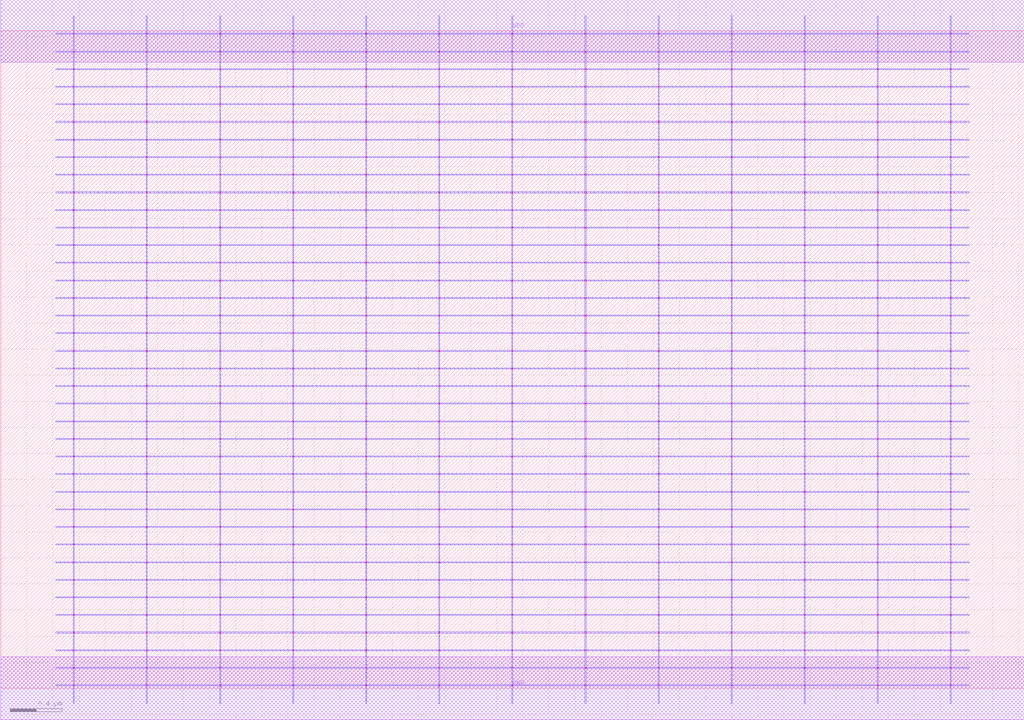
<source format=lef>
MACRO AAOAI221
 CLASS CORE ;
 FOREIGN AAOAI221 0 0 ;
 SIZE 7.84 BY 5.04 ;
 ORIGIN 0 0 ;
 SYMMETRY X Y R90 ;
 SITE unit ;
  PIN VDD
   DIRECTION INOUT ;
   USE POWER ;
   SHAPE ABUTMENT ;
    PORT
     CLASS CORE ;
       LAYER met1 ;
        RECT 0.00000000 4.80000000 7.84000000 5.28000000 ;
    END
  END VDD

  PIN GND
   DIRECTION INOUT ;
   USE POWER ;
   SHAPE ABUTMENT ;
    PORT
     CLASS CORE ;
       LAYER met1 ;
        RECT 0.00000000 -0.24000000 7.84000000 0.24000000 ;
    END
  END GND

 OBS
    LAYER polycont ;
     RECT 1.11600000 2.58300000 1.12400000 2.59100000 ;
     RECT 3.35600000 2.58300000 3.36400000 2.59100000 ;
     RECT 4.47600000 2.58300000 4.48400000 2.59100000 ;
     RECT 5.59600000 2.58300000 5.60400000 2.59100000 ;
     RECT 6.71600000 2.58300000 6.72400000 2.59100000 ;
     RECT 1.11600000 2.98800000 1.12400000 2.99600000 ;
     RECT 2.23600000 2.98800000 2.24400000 2.99600000 ;
     RECT 3.35600000 2.98800000 3.36400000 2.99600000 ;
     RECT 4.47600000 2.98800000 4.48400000 2.99600000 ;
     RECT 5.59600000 2.98800000 5.60400000 2.99600000 ;

    LAYER pdiffc ;
     RECT 0.55600000 3.39300000 0.56400000 3.40100000 ;
     RECT 1.67600000 3.39300000 1.68400000 3.40100000 ;
     RECT 2.79600000 3.39300000 2.80400000 3.40100000 ;
     RECT 3.91600000 3.39300000 3.92400000 3.40100000 ;
     RECT 5.03600000 3.39300000 5.04400000 3.40100000 ;
     RECT 6.15600000 3.39300000 6.16400000 3.40100000 ;
     RECT 0.55600000 3.52800000 0.56400000 3.53600000 ;
     RECT 1.67600000 3.52800000 1.68400000 3.53600000 ;
     RECT 2.79600000 3.52800000 2.80400000 3.53600000 ;
     RECT 3.91600000 3.52800000 3.92400000 3.53600000 ;
     RECT 5.03600000 3.52800000 5.04400000 3.53600000 ;
     RECT 6.15600000 3.52800000 6.16400000 3.53600000 ;
     RECT 0.55600000 3.66300000 0.56400000 3.67100000 ;
     RECT 1.67600000 3.66300000 1.68400000 3.67100000 ;
     RECT 2.79600000 3.66300000 2.80400000 3.67100000 ;
     RECT 3.91600000 3.66300000 3.92400000 3.67100000 ;
     RECT 5.03600000 3.66300000 5.04400000 3.67100000 ;
     RECT 6.15600000 3.66300000 6.16400000 3.67100000 ;
     RECT 0.55600000 3.79800000 0.56400000 3.80600000 ;
     RECT 1.67600000 3.79800000 1.68400000 3.80600000 ;
     RECT 2.79600000 3.79800000 2.80400000 3.80600000 ;
     RECT 3.91600000 3.79800000 3.92400000 3.80600000 ;
     RECT 5.03600000 3.79800000 5.04400000 3.80600000 ;
     RECT 6.15600000 3.79800000 6.16400000 3.80600000 ;
     RECT 0.55600000 3.93300000 0.56400000 3.94100000 ;
     RECT 1.67600000 3.93300000 1.68400000 3.94100000 ;
     RECT 2.79600000 3.93300000 2.80400000 3.94100000 ;
     RECT 3.91600000 3.93300000 3.92400000 3.94100000 ;
     RECT 5.03600000 3.93300000 5.04400000 3.94100000 ;
     RECT 6.15600000 3.93300000 6.16400000 3.94100000 ;
     RECT 0.55600000 4.06800000 0.56400000 4.07600000 ;
     RECT 1.67600000 4.06800000 1.68400000 4.07600000 ;
     RECT 2.79600000 4.06800000 2.80400000 4.07600000 ;
     RECT 3.91600000 4.06800000 3.92400000 4.07600000 ;
     RECT 5.03600000 4.06800000 5.04400000 4.07600000 ;
     RECT 6.15600000 4.06800000 6.16400000 4.07600000 ;
     RECT 0.55600000 4.20300000 0.56400000 4.21100000 ;
     RECT 1.67600000 4.20300000 1.68400000 4.21100000 ;
     RECT 2.79600000 4.20300000 2.80400000 4.21100000 ;
     RECT 3.91600000 4.20300000 3.92400000 4.21100000 ;
     RECT 5.03600000 4.20300000 5.04400000 4.21100000 ;
     RECT 6.15600000 4.20300000 6.16400000 4.21100000 ;
     RECT 0.55600000 4.33800000 0.56400000 4.34600000 ;
     RECT 1.67600000 4.33800000 1.68400000 4.34600000 ;
     RECT 2.79600000 4.33800000 2.80400000 4.34600000 ;
     RECT 3.91600000 4.33800000 3.92400000 4.34600000 ;
     RECT 5.03600000 4.33800000 5.04400000 4.34600000 ;
     RECT 6.15600000 4.33800000 6.16400000 4.34600000 ;
     RECT 0.55600000 4.47300000 0.56400000 4.48100000 ;
     RECT 1.67600000 4.47300000 1.68400000 4.48100000 ;
     RECT 2.79600000 4.47300000 2.80400000 4.48100000 ;
     RECT 3.91600000 4.47300000 3.92400000 4.48100000 ;
     RECT 5.03600000 4.47300000 5.04400000 4.48100000 ;
     RECT 6.15600000 4.47300000 6.16400000 4.48100000 ;
     RECT 0.55600000 4.60800000 0.56400000 4.61600000 ;
     RECT 1.67600000 4.60800000 1.68400000 4.61600000 ;
     RECT 2.79600000 4.60800000 2.80400000 4.61600000 ;
     RECT 3.91600000 4.60800000 3.92400000 4.61600000 ;
     RECT 5.03600000 4.60800000 5.04400000 4.61600000 ;
     RECT 6.15600000 4.60800000 6.16400000 4.61600000 ;

    LAYER ndiffc ;
     RECT 0.55600000 0.42300000 0.56400000 0.43100000 ;
     RECT 1.67600000 0.42300000 1.68400000 0.43100000 ;
     RECT 2.79600000 0.42300000 2.80400000 0.43100000 ;
     RECT 3.91600000 0.42300000 3.92400000 0.43100000 ;
     RECT 5.03600000 0.42300000 5.04400000 0.43100000 ;
     RECT 6.15600000 0.42300000 6.16400000 0.43100000 ;
     RECT 7.27600000 0.42300000 7.28400000 0.43100000 ;
     RECT 0.55600000 0.55800000 0.56400000 0.56600000 ;
     RECT 1.67600000 0.55800000 1.68400000 0.56600000 ;
     RECT 2.79600000 0.55800000 2.80400000 0.56600000 ;
     RECT 3.91600000 0.55800000 3.92400000 0.56600000 ;
     RECT 5.03600000 0.55800000 5.04400000 0.56600000 ;
     RECT 6.15600000 0.55800000 6.16400000 0.56600000 ;
     RECT 7.27600000 0.55800000 7.28400000 0.56600000 ;
     RECT 0.55600000 0.69300000 0.56400000 0.70100000 ;
     RECT 1.67600000 0.69300000 1.68400000 0.70100000 ;
     RECT 2.79600000 0.69300000 2.80400000 0.70100000 ;
     RECT 3.91600000 0.69300000 3.92400000 0.70100000 ;
     RECT 5.03600000 0.69300000 5.04400000 0.70100000 ;
     RECT 6.15600000 0.69300000 6.16400000 0.70100000 ;
     RECT 7.27600000 0.69300000 7.28400000 0.70100000 ;
     RECT 0.55600000 0.82800000 0.56400000 0.83600000 ;
     RECT 1.67600000 0.82800000 1.68400000 0.83600000 ;
     RECT 2.79600000 0.82800000 2.80400000 0.83600000 ;
     RECT 3.91600000 0.82800000 3.92400000 0.83600000 ;
     RECT 5.03600000 0.82800000 5.04400000 0.83600000 ;
     RECT 6.15600000 0.82800000 6.16400000 0.83600000 ;
     RECT 7.27600000 0.82800000 7.28400000 0.83600000 ;
     RECT 0.55600000 0.96300000 0.56400000 0.97100000 ;
     RECT 1.67600000 0.96300000 1.68400000 0.97100000 ;
     RECT 2.79600000 0.96300000 2.80400000 0.97100000 ;
     RECT 3.91600000 0.96300000 3.92400000 0.97100000 ;
     RECT 5.03600000 0.96300000 5.04400000 0.97100000 ;
     RECT 6.15600000 0.96300000 6.16400000 0.97100000 ;
     RECT 7.27600000 0.96300000 7.28400000 0.97100000 ;
     RECT 0.55600000 1.09800000 0.56400000 1.10600000 ;
     RECT 1.67600000 1.09800000 1.68400000 1.10600000 ;
     RECT 2.79600000 1.09800000 2.80400000 1.10600000 ;
     RECT 3.91600000 1.09800000 3.92400000 1.10600000 ;
     RECT 5.03600000 1.09800000 5.04400000 1.10600000 ;
     RECT 6.15600000 1.09800000 6.16400000 1.10600000 ;
     RECT 7.27600000 1.09800000 7.28400000 1.10600000 ;
     RECT 0.55600000 1.23300000 0.56400000 1.24100000 ;
     RECT 1.67600000 1.23300000 1.68400000 1.24100000 ;
     RECT 2.79600000 1.23300000 2.80400000 1.24100000 ;
     RECT 3.91600000 1.23300000 3.92400000 1.24100000 ;
     RECT 5.03600000 1.23300000 5.04400000 1.24100000 ;
     RECT 6.15600000 1.23300000 6.16400000 1.24100000 ;
     RECT 7.27600000 1.23300000 7.28400000 1.24100000 ;
     RECT 0.55600000 1.36800000 0.56400000 1.37600000 ;
     RECT 1.67600000 1.36800000 1.68400000 1.37600000 ;
     RECT 2.79600000 1.36800000 2.80400000 1.37600000 ;
     RECT 3.91600000 1.36800000 3.92400000 1.37600000 ;
     RECT 5.03600000 1.36800000 5.04400000 1.37600000 ;
     RECT 6.15600000 1.36800000 6.16400000 1.37600000 ;
     RECT 7.27600000 1.36800000 7.28400000 1.37600000 ;
     RECT 0.55600000 1.50300000 0.56400000 1.51100000 ;
     RECT 1.67600000 1.50300000 1.68400000 1.51100000 ;
     RECT 2.79600000 1.50300000 2.80400000 1.51100000 ;
     RECT 3.91600000 1.50300000 3.92400000 1.51100000 ;
     RECT 5.03600000 1.50300000 5.04400000 1.51100000 ;
     RECT 6.15600000 1.50300000 6.16400000 1.51100000 ;
     RECT 7.27600000 1.50300000 7.28400000 1.51100000 ;
     RECT 0.55600000 1.63800000 0.56400000 1.64600000 ;
     RECT 1.67600000 1.63800000 1.68400000 1.64600000 ;
     RECT 2.79600000 1.63800000 2.80400000 1.64600000 ;
     RECT 3.91600000 1.63800000 3.92400000 1.64600000 ;
     RECT 5.03600000 1.63800000 5.04400000 1.64600000 ;
     RECT 6.15600000 1.63800000 6.16400000 1.64600000 ;
     RECT 7.27600000 1.63800000 7.28400000 1.64600000 ;
     RECT 0.55600000 1.77300000 0.56400000 1.78100000 ;
     RECT 1.67600000 1.77300000 1.68400000 1.78100000 ;
     RECT 2.79600000 1.77300000 2.80400000 1.78100000 ;
     RECT 3.91600000 1.77300000 3.92400000 1.78100000 ;
     RECT 5.03600000 1.77300000 5.04400000 1.78100000 ;
     RECT 6.15600000 1.77300000 6.16400000 1.78100000 ;
     RECT 7.27600000 1.77300000 7.28400000 1.78100000 ;
     RECT 0.55600000 1.90800000 0.56400000 1.91600000 ;
     RECT 1.67600000 1.90800000 1.68400000 1.91600000 ;
     RECT 2.79600000 1.90800000 2.80400000 1.91600000 ;
     RECT 3.91600000 1.90800000 3.92400000 1.91600000 ;
     RECT 5.03600000 1.90800000 5.04400000 1.91600000 ;
     RECT 6.15600000 1.90800000 6.16400000 1.91600000 ;
     RECT 7.27600000 1.90800000 7.28400000 1.91600000 ;
     RECT 0.55600000 2.04300000 0.56400000 2.05100000 ;
     RECT 1.67600000 2.04300000 1.68400000 2.05100000 ;
     RECT 2.79600000 2.04300000 2.80400000 2.05100000 ;
     RECT 3.91600000 2.04300000 3.92400000 2.05100000 ;
     RECT 5.03600000 2.04300000 5.04400000 2.05100000 ;
     RECT 6.15600000 2.04300000 6.16400000 2.05100000 ;
     RECT 7.27600000 2.04300000 7.28400000 2.05100000 ;

    LAYER met1 ;
     RECT 0.00000000 -0.24000000 7.84000000 0.24000000 ;
     RECT 3.91600000 0.24000000 3.92400000 0.28800000 ;
     RECT 0.44500000 0.28800000 7.39500000 0.29600000 ;
     RECT 3.91600000 0.29600000 3.92400000 0.42300000 ;
     RECT 0.44500000 0.42300000 7.39500000 0.43100000 ;
     RECT 3.91600000 0.43100000 3.92400000 0.55800000 ;
     RECT 0.44500000 0.55800000 7.39500000 0.56600000 ;
     RECT 3.91600000 0.56600000 3.92400000 0.69300000 ;
     RECT 0.44500000 0.69300000 7.39500000 0.70100000 ;
     RECT 3.91600000 0.70100000 3.92400000 0.82800000 ;
     RECT 0.44500000 0.82800000 7.39500000 0.83600000 ;
     RECT 3.91600000 0.83600000 3.92400000 0.96300000 ;
     RECT 0.44500000 0.96300000 7.39500000 0.97100000 ;
     RECT 3.91600000 0.97100000 3.92400000 1.09800000 ;
     RECT 0.44500000 1.09800000 7.39500000 1.10600000 ;
     RECT 3.91600000 1.10600000 3.92400000 1.23300000 ;
     RECT 0.44500000 1.23300000 7.39500000 1.24100000 ;
     RECT 3.91600000 1.24100000 3.92400000 1.36800000 ;
     RECT 0.44500000 1.36800000 7.39500000 1.37600000 ;
     RECT 3.91600000 1.37600000 3.92400000 1.50300000 ;
     RECT 0.44500000 1.50300000 7.39500000 1.51100000 ;
     RECT 3.91600000 1.51100000 3.92400000 1.63800000 ;
     RECT 0.44500000 1.63800000 7.39500000 1.64600000 ;
     RECT 3.91600000 1.64600000 3.92400000 1.77300000 ;
     RECT 0.44500000 1.77300000 7.39500000 1.78100000 ;
     RECT 3.91600000 1.78100000 3.92400000 1.90800000 ;
     RECT 0.44500000 1.90800000 7.39500000 1.91600000 ;
     RECT 3.91600000 1.91600000 3.92400000 2.04300000 ;
     RECT 0.44500000 2.04300000 7.39500000 2.05100000 ;
     RECT 3.91600000 2.05100000 3.92400000 2.17800000 ;
     RECT 0.44500000 2.17800000 7.39500000 2.18600000 ;
     RECT 3.91600000 2.18600000 3.92400000 2.31300000 ;
     RECT 0.44500000 2.31300000 7.39500000 2.32100000 ;
     RECT 3.91600000 2.32100000 3.92400000 2.44800000 ;
     RECT 0.44500000 2.44800000 7.39500000 2.45600000 ;
     RECT 0.55600000 2.45600000 0.56400000 2.58300000 ;
     RECT 1.11600000 2.45600000 1.12400000 2.58300000 ;
     RECT 1.67600000 2.45600000 1.68400000 2.58300000 ;
     RECT 2.23600000 2.45600000 2.24400000 2.58300000 ;
     RECT 2.79600000 2.45600000 2.80400000 2.58300000 ;
     RECT 3.35600000 2.45600000 3.36400000 2.58300000 ;
     RECT 3.91600000 2.45600000 3.92400000 2.58300000 ;
     RECT 4.47600000 2.45600000 4.48400000 2.58300000 ;
     RECT 5.03600000 2.45600000 5.04400000 2.58300000 ;
     RECT 5.59600000 2.45600000 5.60400000 2.58300000 ;
     RECT 6.15600000 2.45600000 6.16400000 2.58300000 ;
     RECT 6.71600000 2.45600000 6.72400000 2.58300000 ;
     RECT 7.27600000 2.45600000 7.28400000 2.58300000 ;
     RECT 0.44500000 2.58300000 7.39500000 2.59100000 ;
     RECT 3.91600000 2.59100000 3.92400000 2.71800000 ;
     RECT 0.44500000 2.71800000 7.39500000 2.72600000 ;
     RECT 3.91600000 2.72600000 3.92400000 2.85300000 ;
     RECT 0.44500000 2.85300000 7.39500000 2.86100000 ;
     RECT 3.91600000 2.86100000 3.92400000 2.98800000 ;
     RECT 0.44500000 2.98800000 7.39500000 2.99600000 ;
     RECT 3.91600000 2.99600000 3.92400000 3.12300000 ;
     RECT 0.44500000 3.12300000 7.39500000 3.13100000 ;
     RECT 3.91600000 3.13100000 3.92400000 3.25800000 ;
     RECT 0.44500000 3.25800000 7.39500000 3.26600000 ;
     RECT 3.91600000 3.26600000 3.92400000 3.39300000 ;
     RECT 0.44500000 3.39300000 7.39500000 3.40100000 ;
     RECT 3.91600000 3.40100000 3.92400000 3.52800000 ;
     RECT 0.44500000 3.52800000 7.39500000 3.53600000 ;
     RECT 3.91600000 3.53600000 3.92400000 3.66300000 ;
     RECT 0.44500000 3.66300000 7.39500000 3.67100000 ;
     RECT 3.91600000 3.67100000 3.92400000 3.79800000 ;
     RECT 0.44500000 3.79800000 7.39500000 3.80600000 ;
     RECT 3.91600000 3.80600000 3.92400000 3.93300000 ;
     RECT 0.44500000 3.93300000 7.39500000 3.94100000 ;
     RECT 3.91600000 3.94100000 3.92400000 4.06800000 ;
     RECT 0.44500000 4.06800000 7.39500000 4.07600000 ;
     RECT 3.91600000 4.07600000 3.92400000 4.20300000 ;
     RECT 0.44500000 4.20300000 7.39500000 4.21100000 ;
     RECT 3.91600000 4.21100000 3.92400000 4.33800000 ;
     RECT 0.44500000 4.33800000 7.39500000 4.34600000 ;
     RECT 3.91600000 4.34600000 3.92400000 4.47300000 ;
     RECT 0.44500000 4.47300000 7.39500000 4.48100000 ;
     RECT 3.91600000 4.48100000 3.92400000 4.60800000 ;
     RECT 0.44500000 4.60800000 7.39500000 4.61600000 ;
     RECT 3.91600000 4.61600000 3.92400000 4.74300000 ;
     RECT 0.44500000 4.74300000 7.39500000 4.75100000 ;
     RECT 3.91600000 4.75100000 3.92400000 4.80000000 ;
     RECT 0.00000000 4.80000000 7.84000000 5.28000000 ;
     RECT 4.47600000 3.80600000 4.48400000 3.93300000 ;
     RECT 5.03600000 3.80600000 5.04400000 3.93300000 ;
     RECT 5.59600000 3.80600000 5.60400000 3.93300000 ;
     RECT 6.15600000 3.80600000 6.16400000 3.93300000 ;
     RECT 6.71600000 3.80600000 6.72400000 3.93300000 ;
     RECT 7.27600000 3.80600000 7.28400000 3.93300000 ;
     RECT 6.15600000 3.94100000 6.16400000 4.06800000 ;
     RECT 6.71600000 3.94100000 6.72400000 4.06800000 ;
     RECT 7.27600000 3.94100000 7.28400000 4.06800000 ;
     RECT 6.15600000 4.07600000 6.16400000 4.20300000 ;
     RECT 6.71600000 4.07600000 6.72400000 4.20300000 ;
     RECT 7.27600000 4.07600000 7.28400000 4.20300000 ;
     RECT 6.15600000 4.21100000 6.16400000 4.33800000 ;
     RECT 6.71600000 4.21100000 6.72400000 4.33800000 ;
     RECT 7.27600000 4.21100000 7.28400000 4.33800000 ;
     RECT 6.15600000 4.34600000 6.16400000 4.47300000 ;
     RECT 6.71600000 4.34600000 6.72400000 4.47300000 ;
     RECT 7.27600000 4.34600000 7.28400000 4.47300000 ;
     RECT 6.15600000 4.48100000 6.16400000 4.60800000 ;
     RECT 6.71600000 4.48100000 6.72400000 4.60800000 ;
     RECT 7.27600000 4.48100000 7.28400000 4.60800000 ;
     RECT 6.15600000 4.61600000 6.16400000 4.74300000 ;
     RECT 6.71600000 4.61600000 6.72400000 4.74300000 ;
     RECT 7.27600000 4.61600000 7.28400000 4.74300000 ;
     RECT 6.15600000 4.75100000 6.16400000 4.80000000 ;
     RECT 6.71600000 4.75100000 6.72400000 4.80000000 ;
     RECT 7.27600000 4.75100000 7.28400000 4.80000000 ;
     RECT 4.47600000 3.94100000 4.48400000 4.06800000 ;
     RECT 5.03600000 3.94100000 5.04400000 4.06800000 ;
     RECT 5.59600000 3.94100000 5.60400000 4.06800000 ;
     RECT 4.47600000 4.48100000 4.48400000 4.60800000 ;
     RECT 5.03600000 4.48100000 5.04400000 4.60800000 ;
     RECT 5.59600000 4.48100000 5.60400000 4.60800000 ;
     RECT 4.47600000 4.21100000 4.48400000 4.33800000 ;
     RECT 5.03600000 4.21100000 5.04400000 4.33800000 ;
     RECT 5.59600000 4.21100000 5.60400000 4.33800000 ;
     RECT 4.47600000 4.61600000 4.48400000 4.74300000 ;
     RECT 5.03600000 4.61600000 5.04400000 4.74300000 ;
     RECT 5.59600000 4.61600000 5.60400000 4.74300000 ;
     RECT 4.47600000 4.07600000 4.48400000 4.20300000 ;
     RECT 5.03600000 4.07600000 5.04400000 4.20300000 ;
     RECT 5.59600000 4.07600000 5.60400000 4.20300000 ;
     RECT 4.47600000 4.75100000 4.48400000 4.80000000 ;
     RECT 5.03600000 4.75100000 5.04400000 4.80000000 ;
     RECT 5.59600000 4.75100000 5.60400000 4.80000000 ;
     RECT 4.47600000 4.34600000 4.48400000 4.47300000 ;
     RECT 5.03600000 4.34600000 5.04400000 4.47300000 ;
     RECT 5.59600000 4.34600000 5.60400000 4.47300000 ;
     RECT 5.03600000 3.26600000 5.04400000 3.39300000 ;
     RECT 5.59600000 2.86100000 5.60400000 2.98800000 ;
     RECT 5.59600000 3.26600000 5.60400000 3.39300000 ;
     RECT 5.59600000 2.72600000 5.60400000 2.85300000 ;
     RECT 4.47600000 3.40100000 4.48400000 3.52800000 ;
     RECT 5.59600000 2.99600000 5.60400000 3.12300000 ;
     RECT 5.03600000 3.40100000 5.04400000 3.52800000 ;
     RECT 5.59600000 3.40100000 5.60400000 3.52800000 ;
     RECT 4.47600000 3.53600000 4.48400000 3.66300000 ;
     RECT 5.03600000 3.53600000 5.04400000 3.66300000 ;
     RECT 5.59600000 3.53600000 5.60400000 3.66300000 ;
     RECT 5.59600000 2.59100000 5.60400000 2.71800000 ;
     RECT 4.47600000 3.67100000 4.48400000 3.79800000 ;
     RECT 5.03600000 3.67100000 5.04400000 3.79800000 ;
     RECT 5.59600000 3.67100000 5.60400000 3.79800000 ;
     RECT 4.47600000 2.86100000 4.48400000 2.98800000 ;
     RECT 5.03600000 2.86100000 5.04400000 2.98800000 ;
     RECT 5.03600000 3.13100000 5.04400000 3.25800000 ;
     RECT 4.47600000 2.59100000 4.48400000 2.71800000 ;
     RECT 5.03600000 2.59100000 5.04400000 2.71800000 ;
     RECT 5.59600000 3.13100000 5.60400000 3.25800000 ;
     RECT 4.47600000 2.72600000 4.48400000 2.85300000 ;
     RECT 5.03600000 2.72600000 5.04400000 2.85300000 ;
     RECT 4.47600000 2.99600000 4.48400000 3.12300000 ;
     RECT 5.03600000 2.99600000 5.04400000 3.12300000 ;
     RECT 4.47600000 3.26600000 4.48400000 3.39300000 ;
     RECT 4.47600000 3.13100000 4.48400000 3.25800000 ;
     RECT 6.15600000 3.13100000 6.16400000 3.25800000 ;
     RECT 6.71600000 3.13100000 6.72400000 3.25800000 ;
     RECT 6.71600000 2.86100000 6.72400000 2.98800000 ;
     RECT 6.15600000 2.99600000 6.16400000 3.12300000 ;
     RECT 7.27600000 2.86100000 7.28400000 2.98800000 ;
     RECT 6.15600000 3.26600000 6.16400000 3.39300000 ;
     RECT 6.15600000 3.67100000 6.16400000 3.79800000 ;
     RECT 6.71600000 3.67100000 6.72400000 3.79800000 ;
     RECT 7.27600000 3.67100000 7.28400000 3.79800000 ;
     RECT 6.15600000 3.40100000 6.16400000 3.52800000 ;
     RECT 6.71600000 2.99600000 6.72400000 3.12300000 ;
     RECT 7.27600000 2.99600000 7.28400000 3.12300000 ;
     RECT 6.71600000 3.40100000 6.72400000 3.52800000 ;
     RECT 6.71600000 2.59100000 6.72400000 2.71800000 ;
     RECT 7.27600000 2.59100000 7.28400000 2.71800000 ;
     RECT 7.27600000 3.40100000 7.28400000 3.52800000 ;
     RECT 6.71600000 2.72600000 6.72400000 2.85300000 ;
     RECT 7.27600000 2.72600000 7.28400000 2.85300000 ;
     RECT 6.71600000 3.26600000 6.72400000 3.39300000 ;
     RECT 7.27600000 3.26600000 7.28400000 3.39300000 ;
     RECT 7.27600000 3.13100000 7.28400000 3.25800000 ;
     RECT 6.15600000 3.53600000 6.16400000 3.66300000 ;
     RECT 6.15600000 2.86100000 6.16400000 2.98800000 ;
     RECT 6.71600000 3.53600000 6.72400000 3.66300000 ;
     RECT 7.27600000 3.53600000 7.28400000 3.66300000 ;
     RECT 6.15600000 2.72600000 6.16400000 2.85300000 ;
     RECT 6.15600000 2.59100000 6.16400000 2.71800000 ;
     RECT 0.55600000 3.80600000 0.56400000 3.93300000 ;
     RECT 1.11600000 3.80600000 1.12400000 3.93300000 ;
     RECT 1.67600000 3.80600000 1.68400000 3.93300000 ;
     RECT 2.23600000 3.80600000 2.24400000 3.93300000 ;
     RECT 2.79600000 3.80600000 2.80400000 3.93300000 ;
     RECT 3.35600000 3.80600000 3.36400000 3.93300000 ;
     RECT 2.23600000 4.21100000 2.24400000 4.33800000 ;
     RECT 2.79600000 4.21100000 2.80400000 4.33800000 ;
     RECT 3.35600000 4.21100000 3.36400000 4.33800000 ;
     RECT 2.23600000 4.34600000 2.24400000 4.47300000 ;
     RECT 2.79600000 4.34600000 2.80400000 4.47300000 ;
     RECT 3.35600000 4.34600000 3.36400000 4.47300000 ;
     RECT 2.23600000 4.48100000 2.24400000 4.60800000 ;
     RECT 2.79600000 4.48100000 2.80400000 4.60800000 ;
     RECT 3.35600000 4.48100000 3.36400000 4.60800000 ;
     RECT 2.23600000 4.61600000 2.24400000 4.74300000 ;
     RECT 2.79600000 4.61600000 2.80400000 4.74300000 ;
     RECT 3.35600000 4.61600000 3.36400000 4.74300000 ;
     RECT 2.23600000 3.94100000 2.24400000 4.06800000 ;
     RECT 2.79600000 3.94100000 2.80400000 4.06800000 ;
     RECT 2.23600000 4.75100000 2.24400000 4.80000000 ;
     RECT 2.79600000 4.75100000 2.80400000 4.80000000 ;
     RECT 3.35600000 4.75100000 3.36400000 4.80000000 ;
     RECT 3.35600000 3.94100000 3.36400000 4.06800000 ;
     RECT 2.23600000 4.07600000 2.24400000 4.20300000 ;
     RECT 2.79600000 4.07600000 2.80400000 4.20300000 ;
     RECT 3.35600000 4.07600000 3.36400000 4.20300000 ;
     RECT 0.55600000 4.21100000 0.56400000 4.33800000 ;
     RECT 1.11600000 4.21100000 1.12400000 4.33800000 ;
     RECT 1.67600000 4.21100000 1.68400000 4.33800000 ;
     RECT 0.55600000 4.61600000 0.56400000 4.74300000 ;
     RECT 1.11600000 4.61600000 1.12400000 4.74300000 ;
     RECT 1.67600000 4.61600000 1.68400000 4.74300000 ;
     RECT 0.55600000 4.07600000 0.56400000 4.20300000 ;
     RECT 1.11600000 4.07600000 1.12400000 4.20300000 ;
     RECT 1.67600000 4.07600000 1.68400000 4.20300000 ;
     RECT 0.55600000 4.34600000 0.56400000 4.47300000 ;
     RECT 1.11600000 4.34600000 1.12400000 4.47300000 ;
     RECT 0.55600000 4.75100000 0.56400000 4.80000000 ;
     RECT 1.11600000 4.75100000 1.12400000 4.80000000 ;
     RECT 1.67600000 4.75100000 1.68400000 4.80000000 ;
     RECT 1.67600000 4.34600000 1.68400000 4.47300000 ;
     RECT 0.55600000 3.94100000 0.56400000 4.06800000 ;
     RECT 1.11600000 3.94100000 1.12400000 4.06800000 ;
     RECT 1.67600000 3.94100000 1.68400000 4.06800000 ;
     RECT 0.55600000 4.48100000 0.56400000 4.60800000 ;
     RECT 1.11600000 4.48100000 1.12400000 4.60800000 ;
     RECT 1.67600000 4.48100000 1.68400000 4.60800000 ;
     RECT 1.67600000 3.40100000 1.68400000 3.52800000 ;
     RECT 0.55600000 3.67100000 0.56400000 3.79800000 ;
     RECT 1.11600000 3.67100000 1.12400000 3.79800000 ;
     RECT 1.67600000 3.67100000 1.68400000 3.79800000 ;
     RECT 1.67600000 2.72600000 1.68400000 2.85300000 ;
     RECT 1.67600000 2.86100000 1.68400000 2.98800000 ;
     RECT 0.55600000 3.53600000 0.56400000 3.66300000 ;
     RECT 1.11600000 3.53600000 1.12400000 3.66300000 ;
     RECT 1.67600000 3.53600000 1.68400000 3.66300000 ;
     RECT 0.55600000 2.59100000 0.56400000 2.71800000 ;
     RECT 1.11600000 2.59100000 1.12400000 2.71800000 ;
     RECT 1.67600000 2.59100000 1.68400000 2.71800000 ;
     RECT 0.55600000 3.26600000 0.56400000 3.39300000 ;
     RECT 1.11600000 3.26600000 1.12400000 3.39300000 ;
     RECT 0.55600000 2.72600000 0.56400000 2.85300000 ;
     RECT 1.11600000 2.72600000 1.12400000 2.85300000 ;
     RECT 0.55600000 2.86100000 0.56400000 2.98800000 ;
     RECT 1.11600000 2.86100000 1.12400000 2.98800000 ;
     RECT 0.55600000 3.13100000 0.56400000 3.25800000 ;
     RECT 1.11600000 3.13100000 1.12400000 3.25800000 ;
     RECT 1.67600000 3.13100000 1.68400000 3.25800000 ;
     RECT 0.55600000 2.99600000 0.56400000 3.12300000 ;
     RECT 1.11600000 2.99600000 1.12400000 3.12300000 ;
     RECT 1.67600000 2.99600000 1.68400000 3.12300000 ;
     RECT 0.55600000 3.40100000 0.56400000 3.52800000 ;
     RECT 1.11600000 3.40100000 1.12400000 3.52800000 ;
     RECT 1.67600000 3.26600000 1.68400000 3.39300000 ;
     RECT 3.35600000 3.40100000 3.36400000 3.52800000 ;
     RECT 2.23600000 3.13100000 2.24400000 3.25800000 ;
     RECT 2.79600000 3.13100000 2.80400000 3.25800000 ;
     RECT 3.35600000 3.13100000 3.36400000 3.25800000 ;
     RECT 2.79600000 2.86100000 2.80400000 2.98800000 ;
     RECT 2.79600000 2.72600000 2.80400000 2.85300000 ;
     RECT 3.35600000 2.72600000 3.36400000 2.85300000 ;
     RECT 3.35600000 2.86100000 3.36400000 2.98800000 ;
     RECT 2.23600000 2.59100000 2.24400000 2.71800000 ;
     RECT 2.23600000 3.53600000 2.24400000 3.66300000 ;
     RECT 2.79600000 3.53600000 2.80400000 3.66300000 ;
     RECT 3.35600000 3.53600000 3.36400000 3.66300000 ;
     RECT 2.79600000 2.99600000 2.80400000 3.12300000 ;
     RECT 3.35600000 2.99600000 3.36400000 3.12300000 ;
     RECT 3.35600000 2.59100000 3.36400000 2.71800000 ;
     RECT 2.79600000 2.59100000 2.80400000 2.71800000 ;
     RECT 2.23600000 2.99600000 2.24400000 3.12300000 ;
     RECT 2.23600000 2.86100000 2.24400000 2.98800000 ;
     RECT 2.23600000 3.67100000 2.24400000 3.79800000 ;
     RECT 2.79600000 3.67100000 2.80400000 3.79800000 ;
     RECT 3.35600000 3.67100000 3.36400000 3.79800000 ;
     RECT 2.23600000 3.40100000 2.24400000 3.52800000 ;
     RECT 2.23600000 2.72600000 2.24400000 2.85300000 ;
     RECT 2.79600000 3.40100000 2.80400000 3.52800000 ;
     RECT 2.23600000 3.26600000 2.24400000 3.39300000 ;
     RECT 2.79600000 3.26600000 2.80400000 3.39300000 ;
     RECT 3.35600000 3.26600000 3.36400000 3.39300000 ;
     RECT 0.55600000 1.10600000 0.56400000 1.23300000 ;
     RECT 1.11600000 1.10600000 1.12400000 1.23300000 ;
     RECT 1.67600000 1.10600000 1.68400000 1.23300000 ;
     RECT 2.23600000 1.10600000 2.24400000 1.23300000 ;
     RECT 2.79600000 1.10600000 2.80400000 1.23300000 ;
     RECT 3.35600000 1.10600000 3.36400000 1.23300000 ;
     RECT 2.23600000 1.78100000 2.24400000 1.90800000 ;
     RECT 2.79600000 1.78100000 2.80400000 1.90800000 ;
     RECT 3.35600000 1.78100000 3.36400000 1.90800000 ;
     RECT 2.23600000 1.91600000 2.24400000 2.04300000 ;
     RECT 2.79600000 1.91600000 2.80400000 2.04300000 ;
     RECT 3.35600000 1.91600000 3.36400000 2.04300000 ;
     RECT 2.23600000 2.05100000 2.24400000 2.17800000 ;
     RECT 2.79600000 2.05100000 2.80400000 2.17800000 ;
     RECT 3.35600000 2.05100000 3.36400000 2.17800000 ;
     RECT 2.23600000 2.18600000 2.24400000 2.31300000 ;
     RECT 2.79600000 2.18600000 2.80400000 2.31300000 ;
     RECT 3.35600000 2.18600000 3.36400000 2.31300000 ;
     RECT 2.23600000 2.32100000 2.24400000 2.44800000 ;
     RECT 2.79600000 2.32100000 2.80400000 2.44800000 ;
     RECT 3.35600000 2.32100000 3.36400000 2.44800000 ;
     RECT 2.23600000 1.51100000 2.24400000 1.63800000 ;
     RECT 2.79600000 1.51100000 2.80400000 1.63800000 ;
     RECT 3.35600000 1.51100000 3.36400000 1.63800000 ;
     RECT 2.23600000 1.64600000 2.24400000 1.77300000 ;
     RECT 2.79600000 1.64600000 2.80400000 1.77300000 ;
     RECT 3.35600000 1.64600000 3.36400000 1.77300000 ;
     RECT 2.23600000 1.24100000 2.24400000 1.36800000 ;
     RECT 2.79600000 1.24100000 2.80400000 1.36800000 ;
     RECT 3.35600000 1.24100000 3.36400000 1.36800000 ;
     RECT 2.23600000 1.37600000 2.24400000 1.50300000 ;
     RECT 2.79600000 1.37600000 2.80400000 1.50300000 ;
     RECT 3.35600000 1.37600000 3.36400000 1.50300000 ;
     RECT 1.11600000 1.91600000 1.12400000 2.04300000 ;
     RECT 0.55600000 2.32100000 0.56400000 2.44800000 ;
     RECT 1.11600000 2.32100000 1.12400000 2.44800000 ;
     RECT 1.67600000 2.32100000 1.68400000 2.44800000 ;
     RECT 1.67600000 1.91600000 1.68400000 2.04300000 ;
     RECT 1.11600000 1.64600000 1.12400000 1.77300000 ;
     RECT 0.55600000 1.78100000 0.56400000 1.90800000 ;
     RECT 1.11600000 1.78100000 1.12400000 1.90800000 ;
     RECT 0.55600000 2.05100000 0.56400000 2.17800000 ;
     RECT 1.11600000 2.05100000 1.12400000 2.17800000 ;
     RECT 1.67600000 2.05100000 1.68400000 2.17800000 ;
     RECT 1.67600000 1.78100000 1.68400000 1.90800000 ;
     RECT 1.67600000 1.64600000 1.68400000 1.77300000 ;
     RECT 0.55600000 1.24100000 0.56400000 1.36800000 ;
     RECT 1.11600000 1.24100000 1.12400000 1.36800000 ;
     RECT 1.67600000 1.24100000 1.68400000 1.36800000 ;
     RECT 1.67600000 1.51100000 1.68400000 1.63800000 ;
     RECT 0.55600000 2.18600000 0.56400000 2.31300000 ;
     RECT 1.11600000 2.18600000 1.12400000 2.31300000 ;
     RECT 0.55600000 1.37600000 0.56400000 1.50300000 ;
     RECT 1.11600000 1.37600000 1.12400000 1.50300000 ;
     RECT 1.67600000 1.37600000 1.68400000 1.50300000 ;
     RECT 1.67600000 2.18600000 1.68400000 2.31300000 ;
     RECT 0.55600000 1.64600000 0.56400000 1.77300000 ;
     RECT 0.55600000 1.91600000 0.56400000 2.04300000 ;
     RECT 0.55600000 1.51100000 0.56400000 1.63800000 ;
     RECT 1.11600000 1.51100000 1.12400000 1.63800000 ;
     RECT 1.11600000 0.24000000 1.12400000 0.28800000 ;
     RECT 0.55600000 0.56600000 0.56400000 0.69300000 ;
     RECT 0.55600000 0.70100000 0.56400000 0.82800000 ;
     RECT 1.67600000 0.24000000 1.68400000 0.28800000 ;
     RECT 1.11600000 0.70100000 1.12400000 0.82800000 ;
     RECT 1.67600000 0.70100000 1.68400000 0.82800000 ;
     RECT 0.55600000 0.29600000 0.56400000 0.42300000 ;
     RECT 1.11600000 0.29600000 1.12400000 0.42300000 ;
     RECT 0.55600000 0.83600000 0.56400000 0.96300000 ;
     RECT 1.11600000 0.83600000 1.12400000 0.96300000 ;
     RECT 0.55600000 0.43100000 0.56400000 0.55800000 ;
     RECT 1.11600000 0.43100000 1.12400000 0.55800000 ;
     RECT 1.67600000 0.83600000 1.68400000 0.96300000 ;
     RECT 1.67600000 0.29600000 1.68400000 0.42300000 ;
     RECT 0.55600000 0.97100000 0.56400000 1.09800000 ;
     RECT 1.11600000 0.97100000 1.12400000 1.09800000 ;
     RECT 1.67600000 0.97100000 1.68400000 1.09800000 ;
     RECT 1.11600000 0.56600000 1.12400000 0.69300000 ;
     RECT 1.67600000 0.43100000 1.68400000 0.55800000 ;
     RECT 1.67600000 0.56600000 1.68400000 0.69300000 ;
     RECT 0.55600000 0.24000000 0.56400000 0.28800000 ;
     RECT 2.79600000 0.43100000 2.80400000 0.55800000 ;
     RECT 2.23600000 0.83600000 2.24400000 0.96300000 ;
     RECT 2.23600000 0.24000000 2.24400000 0.28800000 ;
     RECT 2.79600000 0.83600000 2.80400000 0.96300000 ;
     RECT 3.35600000 0.83600000 3.36400000 0.96300000 ;
     RECT 3.35600000 0.43100000 3.36400000 0.55800000 ;
     RECT 2.23600000 0.29600000 2.24400000 0.42300000 ;
     RECT 2.79600000 0.24000000 2.80400000 0.28800000 ;
     RECT 2.23600000 0.70100000 2.24400000 0.82800000 ;
     RECT 2.79600000 0.70100000 2.80400000 0.82800000 ;
     RECT 2.23600000 0.97100000 2.24400000 1.09800000 ;
     RECT 2.79600000 0.97100000 2.80400000 1.09800000 ;
     RECT 3.35600000 0.97100000 3.36400000 1.09800000 ;
     RECT 2.79600000 0.29600000 2.80400000 0.42300000 ;
     RECT 3.35600000 0.29600000 3.36400000 0.42300000 ;
     RECT 3.35600000 0.70100000 3.36400000 0.82800000 ;
     RECT 2.23600000 0.56600000 2.24400000 0.69300000 ;
     RECT 3.35600000 0.24000000 3.36400000 0.28800000 ;
     RECT 2.23600000 0.43100000 2.24400000 0.55800000 ;
     RECT 2.79600000 0.56600000 2.80400000 0.69300000 ;
     RECT 3.35600000 0.56600000 3.36400000 0.69300000 ;
     RECT 5.03600000 1.10600000 5.04400000 1.23300000 ;
     RECT 5.59600000 1.10600000 5.60400000 1.23300000 ;
     RECT 6.15600000 1.10600000 6.16400000 1.23300000 ;
     RECT 6.71600000 1.10600000 6.72400000 1.23300000 ;
     RECT 7.27600000 1.10600000 7.28400000 1.23300000 ;
     RECT 4.47600000 1.10600000 4.48400000 1.23300000 ;
     RECT 6.71600000 1.91600000 6.72400000 2.04300000 ;
     RECT 7.27600000 1.91600000 7.28400000 2.04300000 ;
     RECT 6.15600000 2.05100000 6.16400000 2.17800000 ;
     RECT 6.71600000 2.05100000 6.72400000 2.17800000 ;
     RECT 7.27600000 2.05100000 7.28400000 2.17800000 ;
     RECT 6.15600000 1.24100000 6.16400000 1.36800000 ;
     RECT 6.71600000 1.24100000 6.72400000 1.36800000 ;
     RECT 7.27600000 1.24100000 7.28400000 1.36800000 ;
     RECT 6.15600000 2.18600000 6.16400000 2.31300000 ;
     RECT 6.71600000 2.18600000 6.72400000 2.31300000 ;
     RECT 7.27600000 2.18600000 7.28400000 2.31300000 ;
     RECT 6.15600000 2.32100000 6.16400000 2.44800000 ;
     RECT 6.71600000 2.32100000 6.72400000 2.44800000 ;
     RECT 7.27600000 2.32100000 7.28400000 2.44800000 ;
     RECT 6.15600000 1.37600000 6.16400000 1.50300000 ;
     RECT 6.71600000 1.37600000 6.72400000 1.50300000 ;
     RECT 7.27600000 1.37600000 7.28400000 1.50300000 ;
     RECT 6.15600000 1.51100000 6.16400000 1.63800000 ;
     RECT 6.71600000 1.51100000 6.72400000 1.63800000 ;
     RECT 7.27600000 1.51100000 7.28400000 1.63800000 ;
     RECT 6.15600000 1.64600000 6.16400000 1.77300000 ;
     RECT 6.71600000 1.64600000 6.72400000 1.77300000 ;
     RECT 7.27600000 1.64600000 7.28400000 1.77300000 ;
     RECT 6.15600000 1.78100000 6.16400000 1.90800000 ;
     RECT 6.71600000 1.78100000 6.72400000 1.90800000 ;
     RECT 7.27600000 1.78100000 7.28400000 1.90800000 ;
     RECT 6.15600000 1.91600000 6.16400000 2.04300000 ;
     RECT 5.59600000 2.32100000 5.60400000 2.44800000 ;
     RECT 4.47600000 1.24100000 4.48400000 1.36800000 ;
     RECT 5.03600000 1.24100000 5.04400000 1.36800000 ;
     RECT 5.59600000 1.24100000 5.60400000 1.36800000 ;
     RECT 5.59600000 1.37600000 5.60400000 1.50300000 ;
     RECT 4.47600000 2.05100000 4.48400000 2.17800000 ;
     RECT 5.03600000 2.05100000 5.04400000 2.17800000 ;
     RECT 5.59600000 2.05100000 5.60400000 2.17800000 ;
     RECT 4.47600000 1.51100000 4.48400000 1.63800000 ;
     RECT 5.03600000 1.51100000 5.04400000 1.63800000 ;
     RECT 5.59600000 1.51100000 5.60400000 1.63800000 ;
     RECT 4.47600000 2.18600000 4.48400000 2.31300000 ;
     RECT 5.03600000 2.18600000 5.04400000 2.31300000 ;
     RECT 5.59600000 2.18600000 5.60400000 2.31300000 ;
     RECT 4.47600000 1.64600000 4.48400000 1.77300000 ;
     RECT 5.03600000 1.64600000 5.04400000 1.77300000 ;
     RECT 5.59600000 1.64600000 5.60400000 1.77300000 ;
     RECT 4.47600000 1.91600000 4.48400000 2.04300000 ;
     RECT 5.03600000 1.91600000 5.04400000 2.04300000 ;
     RECT 5.59600000 1.91600000 5.60400000 2.04300000 ;
     RECT 4.47600000 1.78100000 4.48400000 1.90800000 ;
     RECT 5.03600000 1.78100000 5.04400000 1.90800000 ;
     RECT 5.59600000 1.78100000 5.60400000 1.90800000 ;
     RECT 4.47600000 1.37600000 4.48400000 1.50300000 ;
     RECT 5.03600000 1.37600000 5.04400000 1.50300000 ;
     RECT 4.47600000 2.32100000 4.48400000 2.44800000 ;
     RECT 5.03600000 2.32100000 5.04400000 2.44800000 ;
     RECT 5.59600000 0.97100000 5.60400000 1.09800000 ;
     RECT 5.59600000 0.24000000 5.60400000 0.28800000 ;
     RECT 5.59600000 0.83600000 5.60400000 0.96300000 ;
     RECT 4.47600000 0.56600000 4.48400000 0.69300000 ;
     RECT 5.03600000 0.56600000 5.04400000 0.69300000 ;
     RECT 4.47600000 0.83600000 4.48400000 0.96300000 ;
     RECT 5.03600000 0.83600000 5.04400000 0.96300000 ;
     RECT 4.47600000 0.24000000 4.48400000 0.28800000 ;
     RECT 5.03600000 0.24000000 5.04400000 0.28800000 ;
     RECT 4.47600000 0.29600000 4.48400000 0.42300000 ;
     RECT 5.03600000 0.29600000 5.04400000 0.42300000 ;
     RECT 4.47600000 0.43100000 4.48400000 0.55800000 ;
     RECT 5.03600000 0.43100000 5.04400000 0.55800000 ;
     RECT 5.59600000 0.70100000 5.60400000 0.82800000 ;
     RECT 5.59600000 0.29600000 5.60400000 0.42300000 ;
     RECT 4.47600000 0.70100000 4.48400000 0.82800000 ;
     RECT 5.03600000 0.70100000 5.04400000 0.82800000 ;
     RECT 5.59600000 0.56600000 5.60400000 0.69300000 ;
     RECT 4.47600000 0.97100000 4.48400000 1.09800000 ;
     RECT 5.59600000 0.43100000 5.60400000 0.55800000 ;
     RECT 5.03600000 0.97100000 5.04400000 1.09800000 ;
     RECT 7.27600000 0.29600000 7.28400000 0.42300000 ;
     RECT 6.71600000 0.43100000 6.72400000 0.55800000 ;
     RECT 6.15600000 0.24000000 6.16400000 0.28800000 ;
     RECT 7.27600000 0.43100000 7.28400000 0.55800000 ;
     RECT 6.71600000 0.97100000 6.72400000 1.09800000 ;
     RECT 7.27600000 0.97100000 7.28400000 1.09800000 ;
     RECT 6.15600000 0.70100000 6.16400000 0.82800000 ;
     RECT 6.71600000 0.70100000 6.72400000 0.82800000 ;
     RECT 7.27600000 0.70100000 7.28400000 0.82800000 ;
     RECT 6.15600000 0.29600000 6.16400000 0.42300000 ;
     RECT 6.71600000 0.29600000 6.72400000 0.42300000 ;
     RECT 6.15600000 0.56600000 6.16400000 0.69300000 ;
     RECT 6.71600000 0.56600000 6.72400000 0.69300000 ;
     RECT 7.27600000 0.56600000 7.28400000 0.69300000 ;
     RECT 6.15600000 0.83600000 6.16400000 0.96300000 ;
     RECT 6.71600000 0.83600000 6.72400000 0.96300000 ;
     RECT 7.27600000 0.83600000 7.28400000 0.96300000 ;
     RECT 6.15600000 0.97100000 6.16400000 1.09800000 ;
     RECT 6.71600000 0.24000000 6.72400000 0.28800000 ;
     RECT 6.15600000 0.43100000 6.16400000 0.55800000 ;
     RECT 7.27600000 0.24000000 7.28400000 0.28800000 ;

    LAYER via1 ;
     RECT 3.91600000 0.01800000 3.92400000 0.02600000 ;
     RECT 3.91600000 0.15300000 3.92400000 0.16100000 ;
     RECT 3.91600000 0.28800000 3.92400000 0.29600000 ;
     RECT 3.91600000 0.42300000 3.92400000 0.43100000 ;
     RECT 3.91600000 0.55800000 3.92400000 0.56600000 ;
     RECT 3.91600000 0.69300000 3.92400000 0.70100000 ;
     RECT 3.91600000 0.82800000 3.92400000 0.83600000 ;
     RECT 3.91600000 0.96300000 3.92400000 0.97100000 ;
     RECT 3.91600000 1.09800000 3.92400000 1.10600000 ;
     RECT 3.91600000 1.23300000 3.92400000 1.24100000 ;
     RECT 3.91600000 1.36800000 3.92400000 1.37600000 ;
     RECT 3.91600000 1.50300000 3.92400000 1.51100000 ;
     RECT 3.91600000 1.63800000 3.92400000 1.64600000 ;
     RECT 3.91600000 1.77300000 3.92400000 1.78100000 ;
     RECT 3.91600000 1.90800000 3.92400000 1.91600000 ;
     RECT 3.91600000 2.04300000 3.92400000 2.05100000 ;
     RECT 3.91600000 2.17800000 3.92400000 2.18600000 ;
     RECT 3.91600000 2.31300000 3.92400000 2.32100000 ;
     RECT 3.91600000 2.44800000 3.92400000 2.45600000 ;
     RECT 3.91600000 2.58300000 3.92400000 2.59100000 ;
     RECT 3.91600000 2.71800000 3.92400000 2.72600000 ;
     RECT 3.91600000 2.85300000 3.92400000 2.86100000 ;
     RECT 3.91600000 2.98800000 3.92400000 2.99600000 ;
     RECT 3.91600000 3.12300000 3.92400000 3.13100000 ;
     RECT 3.91600000 3.25800000 3.92400000 3.26600000 ;
     RECT 3.91600000 3.39300000 3.92400000 3.40100000 ;
     RECT 3.91600000 3.52800000 3.92400000 3.53600000 ;
     RECT 3.91600000 3.66300000 3.92400000 3.67100000 ;
     RECT 3.91600000 3.79800000 3.92400000 3.80600000 ;
     RECT 3.91600000 3.93300000 3.92400000 3.94100000 ;
     RECT 3.91600000 4.06800000 3.92400000 4.07600000 ;
     RECT 3.91600000 4.20300000 3.92400000 4.21100000 ;
     RECT 3.91600000 4.33800000 3.92400000 4.34600000 ;
     RECT 3.91600000 4.47300000 3.92400000 4.48100000 ;
     RECT 3.91600000 4.60800000 3.92400000 4.61600000 ;
     RECT 3.91600000 4.74300000 3.92400000 4.75100000 ;
     RECT 3.91600000 4.87800000 3.92400000 4.88600000 ;
     RECT 3.91600000 5.01300000 3.92400000 5.02100000 ;
     RECT 5.59600000 2.58300000 5.60400000 2.59100000 ;
     RECT 5.59600000 2.98800000 5.60400000 2.99600000 ;
     RECT 5.59600000 3.12300000 5.60400000 3.13100000 ;
     RECT 5.59600000 3.25800000 5.60400000 3.26600000 ;
     RECT 5.59600000 3.39300000 5.60400000 3.40100000 ;
     RECT 5.59600000 3.52800000 5.60400000 3.53600000 ;
     RECT 5.59600000 3.66300000 5.60400000 3.67100000 ;
     RECT 5.59600000 3.79800000 5.60400000 3.80600000 ;
     RECT 5.59600000 2.71800000 5.60400000 2.72600000 ;
     RECT 5.59600000 3.93300000 5.60400000 3.94100000 ;
     RECT 5.59600000 4.06800000 5.60400000 4.07600000 ;
     RECT 5.59600000 4.20300000 5.60400000 4.21100000 ;
     RECT 5.59600000 4.33800000 5.60400000 4.34600000 ;
     RECT 5.59600000 4.47300000 5.60400000 4.48100000 ;
     RECT 5.59600000 4.60800000 5.60400000 4.61600000 ;
     RECT 5.59600000 4.74300000 5.60400000 4.75100000 ;
     RECT 5.59600000 2.85300000 5.60400000 2.86100000 ;
     RECT 5.59600000 4.87800000 5.60400000 4.88600000 ;
     RECT 5.59600000 5.01300000 5.60400000 5.02100000 ;
     RECT 7.27600000 4.06800000 7.28400000 4.07600000 ;
     RECT 6.15600000 3.79800000 6.16400000 3.80600000 ;
     RECT 6.15600000 4.20300000 6.16400000 4.21100000 ;
     RECT 6.71600000 4.20300000 6.72400000 4.21100000 ;
     RECT 7.27600000 4.20300000 7.28400000 4.21100000 ;
     RECT 6.71600000 3.79800000 6.72400000 3.80600000 ;
     RECT 6.15600000 4.33800000 6.16400000 4.34600000 ;
     RECT 6.71600000 4.33800000 6.72400000 4.34600000 ;
     RECT 7.27600000 4.33800000 7.28400000 4.34600000 ;
     RECT 6.15600000 3.93300000 6.16400000 3.94100000 ;
     RECT 6.15600000 4.47300000 6.16400000 4.48100000 ;
     RECT 6.71600000 4.47300000 6.72400000 4.48100000 ;
     RECT 7.27600000 4.47300000 7.28400000 4.48100000 ;
     RECT 6.71600000 3.93300000 6.72400000 3.94100000 ;
     RECT 6.15600000 4.60800000 6.16400000 4.61600000 ;
     RECT 6.71600000 4.60800000 6.72400000 4.61600000 ;
     RECT 7.27600000 4.60800000 7.28400000 4.61600000 ;
     RECT 7.27600000 3.93300000 7.28400000 3.94100000 ;
     RECT 6.15600000 4.74300000 6.16400000 4.75100000 ;
     RECT 6.71600000 4.74300000 6.72400000 4.75100000 ;
     RECT 7.27600000 4.74300000 7.28400000 4.75100000 ;
     RECT 7.27600000 3.79800000 7.28400000 3.80600000 ;
     RECT 6.15600000 4.06800000 6.16400000 4.07600000 ;
     RECT 6.15600000 4.87800000 6.16400000 4.88600000 ;
     RECT 6.71600000 4.87800000 6.72400000 4.88600000 ;
     RECT 7.27600000 4.87800000 7.28400000 4.88600000 ;
     RECT 6.71600000 4.06800000 6.72400000 4.07600000 ;
     RECT 6.15600000 5.01300000 6.16400000 5.02100000 ;
     RECT 6.71600000 5.01300000 6.72400000 5.02100000 ;
     RECT 7.27600000 5.01300000 7.28400000 5.02100000 ;
     RECT 5.03600000 3.93300000 5.04400000 3.94100000 ;
     RECT 4.47600000 4.74300000 4.48400000 4.75100000 ;
     RECT 5.03600000 4.74300000 5.04400000 4.75100000 ;
     RECT 4.47600000 4.20300000 4.48400000 4.21100000 ;
     RECT 5.03600000 4.20300000 5.04400000 4.21100000 ;
     RECT 4.47600000 4.47300000 4.48400000 4.48100000 ;
     RECT 5.03600000 4.47300000 5.04400000 4.48100000 ;
     RECT 4.47600000 4.06800000 4.48400000 4.07600000 ;
     RECT 4.47600000 4.87800000 4.48400000 4.88600000 ;
     RECT 5.03600000 4.87800000 5.04400000 4.88600000 ;
     RECT 5.03600000 4.06800000 5.04400000 4.07600000 ;
     RECT 5.03600000 3.79800000 5.04400000 3.80600000 ;
     RECT 4.47600000 3.79800000 4.48400000 3.80600000 ;
     RECT 4.47600000 4.60800000 4.48400000 4.61600000 ;
     RECT 4.47600000 5.01300000 4.48400000 5.02100000 ;
     RECT 5.03600000 5.01300000 5.04400000 5.02100000 ;
     RECT 5.03600000 4.60800000 5.04400000 4.61600000 ;
     RECT 4.47600000 4.33800000 4.48400000 4.34600000 ;
     RECT 5.03600000 4.33800000 5.04400000 4.34600000 ;
     RECT 4.47600000 3.93300000 4.48400000 3.94100000 ;
     RECT 5.03600000 2.71800000 5.04400000 2.72600000 ;
     RECT 4.47600000 3.25800000 4.48400000 3.26600000 ;
     RECT 5.03600000 2.58300000 5.04400000 2.59100000 ;
     RECT 5.03600000 3.25800000 5.04400000 3.26600000 ;
     RECT 4.47600000 2.98800000 4.48400000 2.99600000 ;
     RECT 4.47600000 3.39300000 4.48400000 3.40100000 ;
     RECT 5.03600000 3.39300000 5.04400000 3.40100000 ;
     RECT 4.47600000 3.12300000 4.48400000 3.13100000 ;
     RECT 4.47600000 2.58300000 4.48400000 2.59100000 ;
     RECT 4.47600000 2.85300000 4.48400000 2.86100000 ;
     RECT 4.47600000 3.52800000 4.48400000 3.53600000 ;
     RECT 5.03600000 3.52800000 5.04400000 3.53600000 ;
     RECT 5.03600000 3.12300000 5.04400000 3.13100000 ;
     RECT 4.47600000 2.71800000 4.48400000 2.72600000 ;
     RECT 4.47600000 3.66300000 4.48400000 3.67100000 ;
     RECT 5.03600000 3.66300000 5.04400000 3.67100000 ;
     RECT 5.03600000 2.85300000 5.04400000 2.86100000 ;
     RECT 5.03600000 2.98800000 5.04400000 2.99600000 ;
     RECT 6.71600000 2.98800000 6.72400000 2.99600000 ;
     RECT 7.27600000 2.98800000 7.28400000 2.99600000 ;
     RECT 6.15600000 2.58300000 6.16400000 2.59100000 ;
     RECT 6.15600000 3.25800000 6.16400000 3.26600000 ;
     RECT 6.71600000 2.71800000 6.72400000 2.72600000 ;
     RECT 6.15600000 3.66300000 6.16400000 3.67100000 ;
     RECT 6.71600000 3.66300000 6.72400000 3.67100000 ;
     RECT 7.27600000 3.66300000 7.28400000 3.67100000 ;
     RECT 6.71600000 3.25800000 6.72400000 3.26600000 ;
     RECT 7.27600000 3.25800000 7.28400000 3.26600000 ;
     RECT 7.27600000 2.58300000 7.28400000 2.59100000 ;
     RECT 7.27600000 2.71800000 7.28400000 2.72600000 ;
     RECT 6.71600000 2.85300000 6.72400000 2.86100000 ;
     RECT 7.27600000 2.85300000 7.28400000 2.86100000 ;
     RECT 6.15600000 2.98800000 6.16400000 2.99600000 ;
     RECT 6.15600000 3.39300000 6.16400000 3.40100000 ;
     RECT 6.71600000 3.39300000 6.72400000 3.40100000 ;
     RECT 7.27600000 3.39300000 7.28400000 3.40100000 ;
     RECT 6.15600000 3.12300000 6.16400000 3.13100000 ;
     RECT 6.71600000 3.12300000 6.72400000 3.13100000 ;
     RECT 6.15600000 2.85300000 6.16400000 2.86100000 ;
     RECT 7.27600000 3.12300000 7.28400000 3.13100000 ;
     RECT 6.71600000 2.58300000 6.72400000 2.59100000 ;
     RECT 6.15600000 3.52800000 6.16400000 3.53600000 ;
     RECT 6.15600000 2.71800000 6.16400000 2.72600000 ;
     RECT 6.71600000 3.52800000 6.72400000 3.53600000 ;
     RECT 7.27600000 3.52800000 7.28400000 3.53600000 ;
     RECT 2.23600000 3.93300000 2.24400000 3.94100000 ;
     RECT 2.23600000 4.06800000 2.24400000 4.07600000 ;
     RECT 2.23600000 3.39300000 2.24400000 3.40100000 ;
     RECT 2.23600000 4.20300000 2.24400000 4.21100000 ;
     RECT 2.23600000 2.98800000 2.24400000 2.99600000 ;
     RECT 2.23600000 2.58300000 2.24400000 2.59100000 ;
     RECT 2.23600000 4.33800000 2.24400000 4.34600000 ;
     RECT 2.23600000 3.52800000 2.24400000 3.53600000 ;
     RECT 2.23600000 4.47300000 2.24400000 4.48100000 ;
     RECT 2.23600000 3.12300000 2.24400000 3.13100000 ;
     RECT 2.23600000 4.60800000 2.24400000 4.61600000 ;
     RECT 2.23600000 3.66300000 2.24400000 3.67100000 ;
     RECT 2.23600000 4.74300000 2.24400000 4.75100000 ;
     RECT 2.23600000 2.85300000 2.24400000 2.86100000 ;
     RECT 2.23600000 4.87800000 2.24400000 4.88600000 ;
     RECT 2.23600000 3.79800000 2.24400000 3.80600000 ;
     RECT 2.23600000 2.71800000 2.24400000 2.72600000 ;
     RECT 2.23600000 5.01300000 2.24400000 5.02100000 ;
     RECT 2.23600000 3.25800000 2.24400000 3.26600000 ;
     RECT 3.35600000 4.20300000 3.36400000 4.21100000 ;
     RECT 2.79600000 4.06800000 2.80400000 4.07600000 ;
     RECT 2.79600000 4.60800000 2.80400000 4.61600000 ;
     RECT 3.35600000 4.60800000 3.36400000 4.61600000 ;
     RECT 3.35600000 4.06800000 3.36400000 4.07600000 ;
     RECT 3.35600000 3.93300000 3.36400000 3.94100000 ;
     RECT 2.79600000 4.74300000 2.80400000 4.75100000 ;
     RECT 3.35600000 4.74300000 3.36400000 4.75100000 ;
     RECT 2.79600000 4.33800000 2.80400000 4.34600000 ;
     RECT 3.35600000 4.33800000 3.36400000 4.34600000 ;
     RECT 2.79600000 4.87800000 2.80400000 4.88600000 ;
     RECT 3.35600000 4.87800000 3.36400000 4.88600000 ;
     RECT 2.79600000 3.93300000 2.80400000 3.94100000 ;
     RECT 2.79600000 3.79800000 2.80400000 3.80600000 ;
     RECT 3.35600000 3.79800000 3.36400000 3.80600000 ;
     RECT 2.79600000 4.20300000 2.80400000 4.21100000 ;
     RECT 2.79600000 4.47300000 2.80400000 4.48100000 ;
     RECT 2.79600000 5.01300000 2.80400000 5.02100000 ;
     RECT 3.35600000 5.01300000 3.36400000 5.02100000 ;
     RECT 3.35600000 4.47300000 3.36400000 4.48100000 ;
     RECT 0.55600000 4.74300000 0.56400000 4.75100000 ;
     RECT 1.11600000 4.74300000 1.12400000 4.75100000 ;
     RECT 1.67600000 4.74300000 1.68400000 4.75100000 ;
     RECT 0.55600000 4.06800000 0.56400000 4.07600000 ;
     RECT 0.55600000 4.47300000 0.56400000 4.48100000 ;
     RECT 1.11600000 4.47300000 1.12400000 4.48100000 ;
     RECT 1.67600000 4.47300000 1.68400000 4.48100000 ;
     RECT 0.55600000 3.79800000 0.56400000 3.80600000 ;
     RECT 1.11600000 3.79800000 1.12400000 3.80600000 ;
     RECT 0.55600000 4.87800000 0.56400000 4.88600000 ;
     RECT 1.11600000 4.87800000 1.12400000 4.88600000 ;
     RECT 1.67600000 4.87800000 1.68400000 4.88600000 ;
     RECT 0.55600000 4.20300000 0.56400000 4.21100000 ;
     RECT 1.11600000 4.20300000 1.12400000 4.21100000 ;
     RECT 0.55600000 4.33800000 0.56400000 4.34600000 ;
     RECT 1.67600000 3.79800000 1.68400000 3.80600000 ;
     RECT 1.11600000 4.33800000 1.12400000 4.34600000 ;
     RECT 0.55600000 4.60800000 0.56400000 4.61600000 ;
     RECT 1.11600000 4.60800000 1.12400000 4.61600000 ;
     RECT 1.67600000 4.60800000 1.68400000 4.61600000 ;
     RECT 0.55600000 5.01300000 0.56400000 5.02100000 ;
     RECT 1.11600000 5.01300000 1.12400000 5.02100000 ;
     RECT 1.67600000 5.01300000 1.68400000 5.02100000 ;
     RECT 1.67600000 4.33800000 1.68400000 4.34600000 ;
     RECT 1.67600000 4.20300000 1.68400000 4.21100000 ;
     RECT 1.11600000 4.06800000 1.12400000 4.07600000 ;
     RECT 1.67600000 4.06800000 1.68400000 4.07600000 ;
     RECT 0.55600000 3.93300000 0.56400000 3.94100000 ;
     RECT 1.11600000 3.93300000 1.12400000 3.94100000 ;
     RECT 1.67600000 3.93300000 1.68400000 3.94100000 ;
     RECT 0.55600000 3.12300000 0.56400000 3.13100000 ;
     RECT 1.11600000 3.12300000 1.12400000 3.13100000 ;
     RECT 1.67600000 3.12300000 1.68400000 3.13100000 ;
     RECT 0.55600000 3.39300000 0.56400000 3.40100000 ;
     RECT 0.55600000 3.66300000 0.56400000 3.67100000 ;
     RECT 1.11600000 3.39300000 1.12400000 3.40100000 ;
     RECT 0.55600000 3.52800000 0.56400000 3.53600000 ;
     RECT 1.11600000 3.52800000 1.12400000 3.53600000 ;
     RECT 1.67600000 3.52800000 1.68400000 3.53600000 ;
     RECT 1.67600000 3.39300000 1.68400000 3.40100000 ;
     RECT 0.55600000 2.71800000 0.56400000 2.72600000 ;
     RECT 1.11600000 3.66300000 1.12400000 3.67100000 ;
     RECT 1.67600000 2.71800000 1.68400000 2.72600000 ;
     RECT 1.67600000 3.66300000 1.68400000 3.67100000 ;
     RECT 0.55600000 3.25800000 0.56400000 3.26600000 ;
     RECT 0.55600000 2.98800000 0.56400000 2.99600000 ;
     RECT 0.55600000 2.58300000 0.56400000 2.59100000 ;
     RECT 1.11600000 2.98800000 1.12400000 2.99600000 ;
     RECT 1.11600000 2.58300000 1.12400000 2.59100000 ;
     RECT 1.67600000 2.58300000 1.68400000 2.59100000 ;
     RECT 1.67600000 2.98800000 1.68400000 2.99600000 ;
     RECT 1.11600000 3.25800000 1.12400000 3.26600000 ;
     RECT 1.67600000 3.25800000 1.68400000 3.26600000 ;
     RECT 0.55600000 2.85300000 0.56400000 2.86100000 ;
     RECT 1.67600000 2.85300000 1.68400000 2.86100000 ;
     RECT 1.11600000 2.85300000 1.12400000 2.86100000 ;
     RECT 1.11600000 2.71800000 1.12400000 2.72600000 ;
     RECT 2.79600000 2.58300000 2.80400000 2.59100000 ;
     RECT 3.35600000 2.58300000 3.36400000 2.59100000 ;
     RECT 2.79600000 3.39300000 2.80400000 3.40100000 ;
     RECT 3.35600000 3.39300000 3.36400000 3.40100000 ;
     RECT 2.79600000 2.85300000 2.80400000 2.86100000 ;
     RECT 3.35600000 2.85300000 3.36400000 2.86100000 ;
     RECT 2.79600000 3.52800000 2.80400000 3.53600000 ;
     RECT 3.35600000 3.52800000 3.36400000 3.53600000 ;
     RECT 3.35600000 3.25800000 3.36400000 3.26600000 ;
     RECT 2.79600000 3.66300000 2.80400000 3.67100000 ;
     RECT 3.35600000 3.66300000 3.36400000 3.67100000 ;
     RECT 2.79600000 3.12300000 2.80400000 3.13100000 ;
     RECT 3.35600000 3.12300000 3.36400000 3.13100000 ;
     RECT 2.79600000 2.71800000 2.80400000 2.72600000 ;
     RECT 2.79600000 3.25800000 2.80400000 3.26600000 ;
     RECT 2.79600000 2.98800000 2.80400000 2.99600000 ;
     RECT 3.35600000 2.98800000 3.36400000 2.99600000 ;
     RECT 3.35600000 2.71800000 3.36400000 2.72600000 ;
     RECT 2.23600000 0.69300000 2.24400000 0.70100000 ;
     RECT 2.23600000 0.82800000 2.24400000 0.83600000 ;
     RECT 2.23600000 0.96300000 2.24400000 0.97100000 ;
     RECT 2.23600000 1.09800000 2.24400000 1.10600000 ;
     RECT 2.23600000 1.23300000 2.24400000 1.24100000 ;
     RECT 2.23600000 1.36800000 2.24400000 1.37600000 ;
     RECT 2.23600000 0.15300000 2.24400000 0.16100000 ;
     RECT 2.23600000 1.50300000 2.24400000 1.51100000 ;
     RECT 2.23600000 1.63800000 2.24400000 1.64600000 ;
     RECT 2.23600000 1.77300000 2.24400000 1.78100000 ;
     RECT 2.23600000 1.90800000 2.24400000 1.91600000 ;
     RECT 2.23600000 2.04300000 2.24400000 2.05100000 ;
     RECT 2.23600000 2.17800000 2.24400000 2.18600000 ;
     RECT 2.23600000 2.31300000 2.24400000 2.32100000 ;
     RECT 2.23600000 0.28800000 2.24400000 0.29600000 ;
     RECT 2.23600000 2.44800000 2.24400000 2.45600000 ;
     RECT 2.23600000 0.42300000 2.24400000 0.43100000 ;
     RECT 2.23600000 0.01800000 2.24400000 0.02600000 ;
     RECT 2.23600000 0.55800000 2.24400000 0.56600000 ;
     RECT 2.79600000 1.90800000 2.80400000 1.91600000 ;
     RECT 3.35600000 1.90800000 3.36400000 1.91600000 ;
     RECT 3.35600000 1.50300000 3.36400000 1.51100000 ;
     RECT 2.79600000 2.04300000 2.80400000 2.05100000 ;
     RECT 3.35600000 2.04300000 3.36400000 2.05100000 ;
     RECT 2.79600000 1.36800000 2.80400000 1.37600000 ;
     RECT 2.79600000 2.17800000 2.80400000 2.18600000 ;
     RECT 3.35600000 2.17800000 3.36400000 2.18600000 ;
     RECT 2.79600000 1.63800000 2.80400000 1.64600000 ;
     RECT 2.79600000 2.31300000 2.80400000 2.32100000 ;
     RECT 3.35600000 2.31300000 3.36400000 2.32100000 ;
     RECT 3.35600000 1.63800000 3.36400000 1.64600000 ;
     RECT 3.35600000 1.36800000 3.36400000 1.37600000 ;
     RECT 2.79600000 2.44800000 2.80400000 2.45600000 ;
     RECT 3.35600000 2.44800000 3.36400000 2.45600000 ;
     RECT 2.79600000 1.77300000 2.80400000 1.78100000 ;
     RECT 3.35600000 1.77300000 3.36400000 1.78100000 ;
     RECT 2.79600000 1.50300000 2.80400000 1.51100000 ;
     RECT 1.11600000 2.04300000 1.12400000 2.05100000 ;
     RECT 1.67600000 2.04300000 1.68400000 2.05100000 ;
     RECT 0.55600000 1.50300000 0.56400000 1.51100000 ;
     RECT 1.11600000 1.50300000 1.12400000 1.51100000 ;
     RECT 1.67600000 1.50300000 1.68400000 1.51100000 ;
     RECT 0.55600000 2.17800000 0.56400000 2.18600000 ;
     RECT 1.11600000 2.17800000 1.12400000 2.18600000 ;
     RECT 1.67600000 2.17800000 1.68400000 2.18600000 ;
     RECT 0.55600000 1.77300000 0.56400000 1.78100000 ;
     RECT 1.11600000 1.77300000 1.12400000 1.78100000 ;
     RECT 1.67600000 1.77300000 1.68400000 1.78100000 ;
     RECT 0.55600000 2.31300000 0.56400000 2.32100000 ;
     RECT 1.11600000 2.31300000 1.12400000 2.32100000 ;
     RECT 1.67600000 2.31300000 1.68400000 2.32100000 ;
     RECT 1.11600000 1.36800000 1.12400000 1.37600000 ;
     RECT 1.67600000 1.36800000 1.68400000 1.37600000 ;
     RECT 0.55600000 1.36800000 0.56400000 1.37600000 ;
     RECT 0.55600000 1.90800000 0.56400000 1.91600000 ;
     RECT 0.55600000 2.44800000 0.56400000 2.45600000 ;
     RECT 1.11600000 2.44800000 1.12400000 2.45600000 ;
     RECT 1.67600000 2.44800000 1.68400000 2.45600000 ;
     RECT 1.11600000 1.90800000 1.12400000 1.91600000 ;
     RECT 1.67600000 1.90800000 1.68400000 1.91600000 ;
     RECT 0.55600000 1.63800000 0.56400000 1.64600000 ;
     RECT 1.11600000 1.63800000 1.12400000 1.64600000 ;
     RECT 1.67600000 1.63800000 1.68400000 1.64600000 ;
     RECT 0.55600000 2.04300000 0.56400000 2.05100000 ;
     RECT 1.67600000 1.09800000 1.68400000 1.10600000 ;
     RECT 1.11600000 0.01800000 1.12400000 0.02600000 ;
     RECT 1.67600000 0.82800000 1.68400000 0.83600000 ;
     RECT 1.67600000 0.28800000 1.68400000 0.29600000 ;
     RECT 1.11600000 0.15300000 1.12400000 0.16100000 ;
     RECT 0.55600000 1.23300000 0.56400000 1.24100000 ;
     RECT 1.11600000 1.23300000 1.12400000 1.24100000 ;
     RECT 1.67600000 1.23300000 1.68400000 1.24100000 ;
     RECT 0.55600000 0.82800000 0.56400000 0.83600000 ;
     RECT 0.55600000 0.28800000 0.56400000 0.29600000 ;
     RECT 1.67600000 0.15300000 1.68400000 0.16100000 ;
     RECT 0.55600000 0.01800000 0.56400000 0.02600000 ;
     RECT 0.55600000 0.96300000 0.56400000 0.97100000 ;
     RECT 1.11600000 0.96300000 1.12400000 0.97100000 ;
     RECT 1.67600000 0.96300000 1.68400000 0.97100000 ;
     RECT 1.11600000 0.82800000 1.12400000 0.83600000 ;
     RECT 1.11600000 0.28800000 1.12400000 0.29600000 ;
     RECT 1.67600000 0.01800000 1.68400000 0.02600000 ;
     RECT 0.55600000 0.42300000 0.56400000 0.43100000 ;
     RECT 1.11600000 0.42300000 1.12400000 0.43100000 ;
     RECT 1.67600000 0.42300000 1.68400000 0.43100000 ;
     RECT 0.55600000 0.15300000 0.56400000 0.16100000 ;
     RECT 0.55600000 1.09800000 0.56400000 1.10600000 ;
     RECT 0.55600000 0.55800000 0.56400000 0.56600000 ;
     RECT 1.11600000 0.55800000 1.12400000 0.56600000 ;
     RECT 1.67600000 0.55800000 1.68400000 0.56600000 ;
     RECT 1.11600000 1.09800000 1.12400000 1.10600000 ;
     RECT 0.55600000 0.69300000 0.56400000 0.70100000 ;
     RECT 1.11600000 0.69300000 1.12400000 0.70100000 ;
     RECT 1.67600000 0.69300000 1.68400000 0.70100000 ;
     RECT 2.79600000 0.28800000 2.80400000 0.29600000 ;
     RECT 3.35600000 0.28800000 3.36400000 0.29600000 ;
     RECT 2.79600000 0.82800000 2.80400000 0.83600000 ;
     RECT 3.35600000 0.82800000 3.36400000 0.83600000 ;
     RECT 2.79600000 1.09800000 2.80400000 1.10600000 ;
     RECT 2.79600000 0.15300000 2.80400000 0.16100000 ;
     RECT 3.35600000 1.09800000 3.36400000 1.10600000 ;
     RECT 2.79600000 0.42300000 2.80400000 0.43100000 ;
     RECT 3.35600000 0.42300000 3.36400000 0.43100000 ;
     RECT 2.79600000 0.96300000 2.80400000 0.97100000 ;
     RECT 3.35600000 0.96300000 3.36400000 0.97100000 ;
     RECT 3.35600000 0.69300000 3.36400000 0.70100000 ;
     RECT 3.35600000 0.01800000 3.36400000 0.02600000 ;
     RECT 2.79600000 0.69300000 2.80400000 0.70100000 ;
     RECT 2.79600000 0.55800000 2.80400000 0.56600000 ;
     RECT 3.35600000 0.55800000 3.36400000 0.56600000 ;
     RECT 2.79600000 0.01800000 2.80400000 0.02600000 ;
     RECT 3.35600000 0.15300000 3.36400000 0.16100000 ;
     RECT 2.79600000 1.23300000 2.80400000 1.24100000 ;
     RECT 3.35600000 1.23300000 3.36400000 1.24100000 ;
     RECT 5.59600000 1.50300000 5.60400000 1.51100000 ;
     RECT 5.59600000 0.42300000 5.60400000 0.43100000 ;
     RECT 5.59600000 0.82800000 5.60400000 0.83600000 ;
     RECT 5.59600000 1.63800000 5.60400000 1.64600000 ;
     RECT 5.59600000 1.77300000 5.60400000 1.78100000 ;
     RECT 5.59600000 0.96300000 5.60400000 0.97100000 ;
     RECT 5.59600000 1.90800000 5.60400000 1.91600000 ;
     RECT 5.59600000 0.55800000 5.60400000 0.56600000 ;
     RECT 5.59600000 2.04300000 5.60400000 2.05100000 ;
     RECT 5.59600000 1.09800000 5.60400000 1.10600000 ;
     RECT 5.59600000 2.17800000 5.60400000 2.18600000 ;
     RECT 5.59600000 0.28800000 5.60400000 0.29600000 ;
     RECT 5.59600000 2.31300000 5.60400000 2.32100000 ;
     RECT 5.59600000 1.23300000 5.60400000 1.24100000 ;
     RECT 5.59600000 0.15300000 5.60400000 0.16100000 ;
     RECT 5.59600000 2.44800000 5.60400000 2.45600000 ;
     RECT 5.59600000 0.69300000 5.60400000 0.70100000 ;
     RECT 5.59600000 1.36800000 5.60400000 1.37600000 ;
     RECT 5.59600000 0.01800000 5.60400000 0.02600000 ;
     RECT 6.15600000 1.63800000 6.16400000 1.64600000 ;
     RECT 6.71600000 1.63800000 6.72400000 1.64600000 ;
     RECT 6.15600000 2.04300000 6.16400000 2.05100000 ;
     RECT 6.71600000 2.04300000 6.72400000 2.05100000 ;
     RECT 7.27600000 2.04300000 7.28400000 2.05100000 ;
     RECT 7.27600000 1.63800000 7.28400000 1.64600000 ;
     RECT 6.15600000 1.50300000 6.16400000 1.51100000 ;
     RECT 6.15600000 2.17800000 6.16400000 2.18600000 ;
     RECT 6.71600000 2.17800000 6.72400000 2.18600000 ;
     RECT 7.27600000 2.17800000 7.28400000 2.18600000 ;
     RECT 6.15600000 1.77300000 6.16400000 1.78100000 ;
     RECT 6.71600000 1.77300000 6.72400000 1.78100000 ;
     RECT 6.15600000 2.31300000 6.16400000 2.32100000 ;
     RECT 6.71600000 2.31300000 6.72400000 2.32100000 ;
     RECT 7.27600000 2.31300000 7.28400000 2.32100000 ;
     RECT 7.27600000 1.77300000 7.28400000 1.78100000 ;
     RECT 6.71600000 1.50300000 6.72400000 1.51100000 ;
     RECT 7.27600000 1.50300000 7.28400000 1.51100000 ;
     RECT 6.15600000 2.44800000 6.16400000 2.45600000 ;
     RECT 6.71600000 2.44800000 6.72400000 2.45600000 ;
     RECT 7.27600000 2.44800000 7.28400000 2.45600000 ;
     RECT 6.15600000 1.90800000 6.16400000 1.91600000 ;
     RECT 6.71600000 1.90800000 6.72400000 1.91600000 ;
     RECT 6.15600000 1.36800000 6.16400000 1.37600000 ;
     RECT 6.71600000 1.36800000 6.72400000 1.37600000 ;
     RECT 7.27600000 1.36800000 7.28400000 1.37600000 ;
     RECT 7.27600000 1.90800000 7.28400000 1.91600000 ;
     RECT 5.03600000 2.17800000 5.04400000 2.18600000 ;
     RECT 4.47600000 1.90800000 4.48400000 1.91600000 ;
     RECT 4.47600000 2.44800000 4.48400000 2.45600000 ;
     RECT 5.03600000 2.44800000 5.04400000 2.45600000 ;
     RECT 4.47600000 2.04300000 4.48400000 2.05100000 ;
     RECT 5.03600000 2.04300000 5.04400000 2.05100000 ;
     RECT 5.03600000 1.90800000 5.04400000 1.91600000 ;
     RECT 5.03600000 1.63800000 5.04400000 1.64600000 ;
     RECT 4.47600000 2.31300000 4.48400000 2.32100000 ;
     RECT 4.47600000 1.36800000 4.48400000 1.37600000 ;
     RECT 5.03600000 1.36800000 5.04400000 1.37600000 ;
     RECT 5.03600000 2.31300000 5.04400000 2.32100000 ;
     RECT 4.47600000 1.77300000 4.48400000 1.78100000 ;
     RECT 5.03600000 1.77300000 5.04400000 1.78100000 ;
     RECT 4.47600000 1.63800000 4.48400000 1.64600000 ;
     RECT 4.47600000 2.17800000 4.48400000 2.18600000 ;
     RECT 4.47600000 1.50300000 4.48400000 1.51100000 ;
     RECT 5.03600000 1.50300000 5.04400000 1.51100000 ;
     RECT 4.47600000 1.09800000 4.48400000 1.10600000 ;
     RECT 4.47600000 0.01800000 4.48400000 0.02600000 ;
     RECT 4.47600000 0.96300000 4.48400000 0.97100000 ;
     RECT 5.03600000 0.96300000 5.04400000 0.97100000 ;
     RECT 5.03600000 0.15300000 5.04400000 0.16100000 ;
     RECT 4.47600000 1.23300000 4.48400000 1.24100000 ;
     RECT 5.03600000 0.69300000 5.04400000 0.70100000 ;
     RECT 5.03600000 1.23300000 5.04400000 1.24100000 ;
     RECT 5.03600000 0.82800000 5.04400000 0.83600000 ;
     RECT 4.47600000 0.15300000 4.48400000 0.16100000 ;
     RECT 4.47600000 0.28800000 4.48400000 0.29600000 ;
     RECT 5.03600000 1.09800000 5.04400000 1.10600000 ;
     RECT 5.03600000 0.28800000 5.04400000 0.29600000 ;
     RECT 4.47600000 0.55800000 4.48400000 0.56600000 ;
     RECT 5.03600000 0.01800000 5.04400000 0.02600000 ;
     RECT 5.03600000 0.55800000 5.04400000 0.56600000 ;
     RECT 4.47600000 0.42300000 4.48400000 0.43100000 ;
     RECT 5.03600000 0.42300000 5.04400000 0.43100000 ;
     RECT 4.47600000 0.82800000 4.48400000 0.83600000 ;
     RECT 4.47600000 0.69300000 4.48400000 0.70100000 ;
     RECT 6.71600000 1.23300000 6.72400000 1.24100000 ;
     RECT 7.27600000 1.23300000 7.28400000 1.24100000 ;
     RECT 7.27600000 0.55800000 7.28400000 0.56600000 ;
     RECT 6.15600000 0.15300000 6.16400000 0.16100000 ;
     RECT 6.15600000 0.96300000 6.16400000 0.97100000 ;
     RECT 6.71600000 0.96300000 6.72400000 0.97100000 ;
     RECT 7.27600000 0.96300000 7.28400000 0.97100000 ;
     RECT 6.15600000 0.55800000 6.16400000 0.56600000 ;
     RECT 6.71600000 0.82800000 6.72400000 0.83600000 ;
     RECT 7.27600000 0.82800000 7.28400000 0.83600000 ;
     RECT 6.15600000 0.42300000 6.16400000 0.43100000 ;
     RECT 6.15600000 0.28800000 6.16400000 0.29600000 ;
     RECT 6.71600000 0.28800000 6.72400000 0.29600000 ;
     RECT 6.15600000 0.69300000 6.16400000 0.70100000 ;
     RECT 6.71600000 0.69300000 6.72400000 0.70100000 ;
     RECT 7.27600000 0.28800000 7.28400000 0.29600000 ;
     RECT 6.71600000 0.42300000 6.72400000 0.43100000 ;
     RECT 7.27600000 0.42300000 7.28400000 0.43100000 ;
     RECT 6.15600000 0.01800000 6.16400000 0.02600000 ;
     RECT 6.71600000 0.01800000 6.72400000 0.02600000 ;
     RECT 7.27600000 0.01800000 7.28400000 0.02600000 ;
     RECT 7.27600000 0.69300000 7.28400000 0.70100000 ;
     RECT 6.71600000 0.15300000 6.72400000 0.16100000 ;
     RECT 7.27600000 0.15300000 7.28400000 0.16100000 ;
     RECT 6.15600000 0.82800000 6.16400000 0.83600000 ;
     RECT 6.15600000 1.09800000 6.16400000 1.10600000 ;
     RECT 6.71600000 1.09800000 6.72400000 1.10600000 ;
     RECT 7.27600000 1.09800000 7.28400000 1.10600000 ;
     RECT 6.71600000 0.55800000 6.72400000 0.56600000 ;
     RECT 6.15600000 1.23300000 6.16400000 1.24100000 ;

    LAYER met2 ;
     RECT 3.91600000 -0.11800000 3.92400000 0.01800000 ;
     RECT 0.42000000 0.01800000 7.42000000 0.02600000 ;
     RECT 3.91600000 0.02600000 3.92400000 0.15300000 ;
     RECT 0.42000000 0.15300000 7.42000000 0.16100000 ;
     RECT 3.91600000 0.16100000 3.92400000 0.28800000 ;
     RECT 0.42000000 0.28800000 7.42000000 0.29600000 ;
     RECT 3.91600000 0.29600000 3.92400000 0.42300000 ;
     RECT 0.42000000 0.42300000 7.42000000 0.43100000 ;
     RECT 3.91600000 0.43100000 3.92400000 0.55800000 ;
     RECT 0.42000000 0.55800000 7.42000000 0.56600000 ;
     RECT 3.91600000 0.56600000 3.92400000 0.69300000 ;
     RECT 0.42000000 0.69300000 7.42000000 0.70100000 ;
     RECT 3.91600000 0.70100000 3.92400000 0.82800000 ;
     RECT 0.42000000 0.82800000 7.42000000 0.83600000 ;
     RECT 3.91600000 0.83600000 3.92400000 0.96300000 ;
     RECT 0.42000000 0.96300000 7.42000000 0.97100000 ;
     RECT 3.91600000 0.97100000 3.92400000 1.09800000 ;
     RECT 0.42000000 1.09800000 7.42000000 1.10600000 ;
     RECT 3.91600000 1.10600000 3.92400000 1.23300000 ;
     RECT 0.42000000 1.23300000 7.42000000 1.24100000 ;
     RECT 3.91600000 1.24100000 3.92400000 1.36800000 ;
     RECT 0.42000000 1.36800000 7.42000000 1.37600000 ;
     RECT 3.91600000 1.37600000 3.92400000 1.50300000 ;
     RECT 0.42000000 1.50300000 7.42000000 1.51100000 ;
     RECT 3.91600000 1.51100000 3.92400000 1.63800000 ;
     RECT 0.42000000 1.63800000 7.42000000 1.64600000 ;
     RECT 3.91600000 1.64600000 3.92400000 1.77300000 ;
     RECT 0.42000000 1.77300000 7.42000000 1.78100000 ;
     RECT 3.91600000 1.78100000 3.92400000 1.90800000 ;
     RECT 0.42000000 1.90800000 7.42000000 1.91600000 ;
     RECT 3.91600000 1.91600000 3.92400000 2.04300000 ;
     RECT 0.42000000 2.04300000 7.42000000 2.05100000 ;
     RECT 3.91600000 2.05100000 3.92400000 2.17800000 ;
     RECT 0.42000000 2.17800000 7.42000000 2.18600000 ;
     RECT 3.91600000 2.18600000 3.92400000 2.31300000 ;
     RECT 0.42000000 2.31300000 7.42000000 2.32100000 ;
     RECT 3.91600000 2.32100000 3.92400000 2.44800000 ;
     RECT 0.42000000 2.44800000 7.42000000 2.45600000 ;
     RECT 0.55600000 2.45600000 0.56400000 2.58300000 ;
     RECT 1.11600000 2.45600000 1.12400000 2.58300000 ;
     RECT 1.67600000 2.45600000 1.68400000 2.58300000 ;
     RECT 2.23600000 2.45600000 2.24400000 2.58300000 ;
     RECT 2.79600000 2.45600000 2.80400000 2.58300000 ;
     RECT 3.35600000 2.45600000 3.36400000 2.58300000 ;
     RECT 3.91600000 2.45600000 3.92400000 2.58300000 ;
     RECT 4.47600000 2.45600000 4.48400000 2.58300000 ;
     RECT 5.03600000 2.45600000 5.04400000 2.58300000 ;
     RECT 5.59600000 2.45600000 5.60400000 2.58300000 ;
     RECT 6.15600000 2.45600000 6.16400000 2.58300000 ;
     RECT 6.71600000 2.45600000 6.72400000 2.58300000 ;
     RECT 7.27600000 2.45600000 7.28400000 2.58300000 ;
     RECT 0.42000000 2.58300000 7.42000000 2.59100000 ;
     RECT 3.91600000 2.59100000 3.92400000 2.71800000 ;
     RECT 0.42000000 2.71800000 7.42000000 2.72600000 ;
     RECT 3.91600000 2.72600000 3.92400000 2.85300000 ;
     RECT 0.42000000 2.85300000 7.42000000 2.86100000 ;
     RECT 3.91600000 2.86100000 3.92400000 2.98800000 ;
     RECT 0.42000000 2.98800000 7.42000000 2.99600000 ;
     RECT 3.91600000 2.99600000 3.92400000 3.12300000 ;
     RECT 0.42000000 3.12300000 7.42000000 3.13100000 ;
     RECT 3.91600000 3.13100000 3.92400000 3.25800000 ;
     RECT 0.42000000 3.25800000 7.42000000 3.26600000 ;
     RECT 3.91600000 3.26600000 3.92400000 3.39300000 ;
     RECT 0.42000000 3.39300000 7.42000000 3.40100000 ;
     RECT 3.91600000 3.40100000 3.92400000 3.52800000 ;
     RECT 0.42000000 3.52800000 7.42000000 3.53600000 ;
     RECT 3.91600000 3.53600000 3.92400000 3.66300000 ;
     RECT 0.42000000 3.66300000 7.42000000 3.67100000 ;
     RECT 3.91600000 3.67100000 3.92400000 3.79800000 ;
     RECT 0.42000000 3.79800000 7.42000000 3.80600000 ;
     RECT 3.91600000 3.80600000 3.92400000 3.93300000 ;
     RECT 0.42000000 3.93300000 7.42000000 3.94100000 ;
     RECT 3.91600000 3.94100000 3.92400000 4.06800000 ;
     RECT 0.42000000 4.06800000 7.42000000 4.07600000 ;
     RECT 3.91600000 4.07600000 3.92400000 4.20300000 ;
     RECT 0.42000000 4.20300000 7.42000000 4.21100000 ;
     RECT 3.91600000 4.21100000 3.92400000 4.33800000 ;
     RECT 0.42000000 4.33800000 7.42000000 4.34600000 ;
     RECT 3.91600000 4.34600000 3.92400000 4.47300000 ;
     RECT 0.42000000 4.47300000 7.42000000 4.48100000 ;
     RECT 3.91600000 4.48100000 3.92400000 4.60800000 ;
     RECT 0.42000000 4.60800000 7.42000000 4.61600000 ;
     RECT 3.91600000 4.61600000 3.92400000 4.74300000 ;
     RECT 0.42000000 4.74300000 7.42000000 4.75100000 ;
     RECT 3.91600000 4.75100000 3.92400000 4.87800000 ;
     RECT 0.42000000 4.87800000 7.42000000 4.88600000 ;
     RECT 3.91600000 4.88600000 3.92400000 5.01300000 ;
     RECT 0.42000000 5.01300000 7.42000000 5.02100000 ;
     RECT 3.91600000 5.02100000 3.92400000 5.15700000 ;
     RECT 4.47600000 3.80600000 4.48400000 3.93300000 ;
     RECT 5.03600000 3.80600000 5.04400000 3.93300000 ;
     RECT 5.59600000 3.80600000 5.60400000 3.93300000 ;
     RECT 6.15600000 3.80600000 6.16400000 3.93300000 ;
     RECT 6.71600000 3.80600000 6.72400000 3.93300000 ;
     RECT 7.27600000 3.80600000 7.28400000 3.93300000 ;
     RECT 6.15600000 3.94100000 6.16400000 4.06800000 ;
     RECT 6.71600000 3.94100000 6.72400000 4.06800000 ;
     RECT 7.27600000 3.94100000 7.28400000 4.06800000 ;
     RECT 6.15600000 4.07600000 6.16400000 4.20300000 ;
     RECT 6.71600000 4.07600000 6.72400000 4.20300000 ;
     RECT 7.27600000 4.07600000 7.28400000 4.20300000 ;
     RECT 6.15600000 4.21100000 6.16400000 4.33800000 ;
     RECT 6.71600000 4.21100000 6.72400000 4.33800000 ;
     RECT 7.27600000 4.21100000 7.28400000 4.33800000 ;
     RECT 6.15600000 4.34600000 6.16400000 4.47300000 ;
     RECT 6.71600000 4.34600000 6.72400000 4.47300000 ;
     RECT 7.27600000 4.34600000 7.28400000 4.47300000 ;
     RECT 6.15600000 4.48100000 6.16400000 4.60800000 ;
     RECT 6.71600000 4.48100000 6.72400000 4.60800000 ;
     RECT 7.27600000 4.48100000 7.28400000 4.60800000 ;
     RECT 6.15600000 4.61600000 6.16400000 4.74300000 ;
     RECT 6.71600000 4.61600000 6.72400000 4.74300000 ;
     RECT 7.27600000 4.61600000 7.28400000 4.74300000 ;
     RECT 6.15600000 4.75100000 6.16400000 4.87800000 ;
     RECT 6.71600000 4.75100000 6.72400000 4.87800000 ;
     RECT 7.27600000 4.75100000 7.28400000 4.87800000 ;
     RECT 6.15600000 4.88600000 6.16400000 5.01300000 ;
     RECT 6.71600000 4.88600000 6.72400000 5.01300000 ;
     RECT 7.27600000 4.88600000 7.28400000 5.01300000 ;
     RECT 6.15600000 5.02100000 6.16400000 5.15700000 ;
     RECT 6.71600000 5.02100000 6.72400000 5.15700000 ;
     RECT 7.27600000 5.02100000 7.28400000 5.15700000 ;
     RECT 4.47600000 4.21100000 4.48400000 4.33800000 ;
     RECT 5.03600000 4.21100000 5.04400000 4.33800000 ;
     RECT 5.59600000 4.21100000 5.60400000 4.33800000 ;
     RECT 4.47600000 4.61600000 4.48400000 4.74300000 ;
     RECT 5.03600000 4.61600000 5.04400000 4.74300000 ;
     RECT 5.59600000 4.61600000 5.60400000 4.74300000 ;
     RECT 4.47600000 4.07600000 4.48400000 4.20300000 ;
     RECT 5.03600000 4.07600000 5.04400000 4.20300000 ;
     RECT 5.59600000 4.07600000 5.60400000 4.20300000 ;
     RECT 4.47600000 4.75100000 4.48400000 4.87800000 ;
     RECT 5.03600000 4.75100000 5.04400000 4.87800000 ;
     RECT 5.59600000 4.75100000 5.60400000 4.87800000 ;
     RECT 4.47600000 4.34600000 4.48400000 4.47300000 ;
     RECT 5.03600000 4.34600000 5.04400000 4.47300000 ;
     RECT 5.59600000 4.34600000 5.60400000 4.47300000 ;
     RECT 4.47600000 4.88600000 4.48400000 5.01300000 ;
     RECT 5.03600000 4.88600000 5.04400000 5.01300000 ;
     RECT 5.59600000 4.88600000 5.60400000 5.01300000 ;
     RECT 4.47600000 3.94100000 4.48400000 4.06800000 ;
     RECT 5.03600000 3.94100000 5.04400000 4.06800000 ;
     RECT 5.59600000 3.94100000 5.60400000 4.06800000 ;
     RECT 4.47600000 5.02100000 4.48400000 5.15700000 ;
     RECT 5.03600000 5.02100000 5.04400000 5.15700000 ;
     RECT 5.59600000 5.02100000 5.60400000 5.15700000 ;
     RECT 4.47600000 4.48100000 4.48400000 4.60800000 ;
     RECT 5.03600000 4.48100000 5.04400000 4.60800000 ;
     RECT 5.59600000 4.48100000 5.60400000 4.60800000 ;
     RECT 5.03600000 2.72600000 5.04400000 2.85300000 ;
     RECT 4.47600000 3.26600000 4.48400000 3.39300000 ;
     RECT 5.03600000 3.26600000 5.04400000 3.39300000 ;
     RECT 5.59600000 3.26600000 5.60400000 3.39300000 ;
     RECT 4.47600000 2.59100000 4.48400000 2.71800000 ;
     RECT 5.03600000 2.59100000 5.04400000 2.71800000 ;
     RECT 5.59600000 2.72600000 5.60400000 2.85300000 ;
     RECT 4.47600000 2.99600000 4.48400000 3.12300000 ;
     RECT 5.03600000 2.99600000 5.04400000 3.12300000 ;
     RECT 5.59600000 2.86100000 5.60400000 2.98800000 ;
     RECT 4.47600000 3.40100000 4.48400000 3.52800000 ;
     RECT 5.03600000 3.40100000 5.04400000 3.52800000 ;
     RECT 4.47600000 3.13100000 4.48400000 3.25800000 ;
     RECT 5.03600000 3.13100000 5.04400000 3.25800000 ;
     RECT 5.59600000 3.40100000 5.60400000 3.52800000 ;
     RECT 4.47600000 3.53600000 4.48400000 3.66300000 ;
     RECT 5.03600000 3.53600000 5.04400000 3.66300000 ;
     RECT 5.59600000 2.99600000 5.60400000 3.12300000 ;
     RECT 5.59600000 3.53600000 5.60400000 3.66300000 ;
     RECT 5.59600000 2.59100000 5.60400000 2.71800000 ;
     RECT 5.59600000 3.13100000 5.60400000 3.25800000 ;
     RECT 4.47600000 3.67100000 4.48400000 3.79800000 ;
     RECT 5.03600000 3.67100000 5.04400000 3.79800000 ;
     RECT 5.59600000 3.67100000 5.60400000 3.79800000 ;
     RECT 4.47600000 2.86100000 4.48400000 2.98800000 ;
     RECT 5.03600000 2.86100000 5.04400000 2.98800000 ;
     RECT 4.47600000 2.72600000 4.48400000 2.85300000 ;
     RECT 7.27600000 3.26600000 7.28400000 3.39300000 ;
     RECT 7.27600000 3.13100000 7.28400000 3.25800000 ;
     RECT 6.15600000 2.72600000 6.16400000 2.85300000 ;
     RECT 6.15600000 3.53600000 6.16400000 3.66300000 ;
     RECT 6.71600000 3.53600000 6.72400000 3.66300000 ;
     RECT 6.15600000 2.86100000 6.16400000 2.98800000 ;
     RECT 7.27600000 3.53600000 7.28400000 3.66300000 ;
     RECT 6.71600000 3.13100000 6.72400000 3.25800000 ;
     RECT 6.15600000 2.59100000 6.16400000 2.71800000 ;
     RECT 6.15600000 3.26600000 6.16400000 3.39300000 ;
     RECT 6.71600000 3.26600000 6.72400000 3.39300000 ;
     RECT 6.15600000 3.40100000 6.16400000 3.52800000 ;
     RECT 6.71600000 2.86100000 6.72400000 2.98800000 ;
     RECT 7.27600000 2.86100000 7.28400000 2.98800000 ;
     RECT 6.15600000 2.99600000 6.16400000 3.12300000 ;
     RECT 6.15600000 3.67100000 6.16400000 3.79800000 ;
     RECT 6.71600000 3.67100000 6.72400000 3.79800000 ;
     RECT 7.27600000 3.67100000 7.28400000 3.79800000 ;
     RECT 6.71600000 3.40100000 6.72400000 3.52800000 ;
     RECT 7.27600000 3.40100000 7.28400000 3.52800000 ;
     RECT 6.15600000 3.13100000 6.16400000 3.25800000 ;
     RECT 6.71600000 2.72600000 6.72400000 2.85300000 ;
     RECT 6.71600000 2.99600000 6.72400000 3.12300000 ;
     RECT 7.27600000 2.99600000 7.28400000 3.12300000 ;
     RECT 6.71600000 2.59100000 6.72400000 2.71800000 ;
     RECT 7.27600000 2.59100000 7.28400000 2.71800000 ;
     RECT 7.27600000 2.72600000 7.28400000 2.85300000 ;
     RECT 0.55600000 3.80600000 0.56400000 3.93300000 ;
     RECT 1.11600000 3.80600000 1.12400000 3.93300000 ;
     RECT 1.67600000 3.80600000 1.68400000 3.93300000 ;
     RECT 2.23600000 3.80600000 2.24400000 3.93300000 ;
     RECT 2.79600000 3.80600000 2.80400000 3.93300000 ;
     RECT 3.35600000 3.80600000 3.36400000 3.93300000 ;
     RECT 2.23600000 4.34600000 2.24400000 4.47300000 ;
     RECT 2.79600000 4.34600000 2.80400000 4.47300000 ;
     RECT 3.35600000 4.34600000 3.36400000 4.47300000 ;
     RECT 2.23600000 4.48100000 2.24400000 4.60800000 ;
     RECT 2.79600000 4.48100000 2.80400000 4.60800000 ;
     RECT 3.35600000 4.48100000 3.36400000 4.60800000 ;
     RECT 2.23600000 4.61600000 2.24400000 4.74300000 ;
     RECT 2.79600000 4.61600000 2.80400000 4.74300000 ;
     RECT 3.35600000 4.61600000 3.36400000 4.74300000 ;
     RECT 2.23600000 4.07600000 2.24400000 4.20300000 ;
     RECT 2.79600000 4.07600000 2.80400000 4.20300000 ;
     RECT 2.23600000 4.75100000 2.24400000 4.87800000 ;
     RECT 2.79600000 4.75100000 2.80400000 4.87800000 ;
     RECT 3.35600000 4.75100000 3.36400000 4.87800000 ;
     RECT 3.35600000 4.07600000 3.36400000 4.20300000 ;
     RECT 2.23600000 4.21100000 2.24400000 4.33800000 ;
     RECT 2.79600000 4.21100000 2.80400000 4.33800000 ;
     RECT 3.35600000 4.21100000 3.36400000 4.33800000 ;
     RECT 2.23600000 4.88600000 2.24400000 5.01300000 ;
     RECT 2.79600000 4.88600000 2.80400000 5.01300000 ;
     RECT 3.35600000 4.88600000 3.36400000 5.01300000 ;
     RECT 2.23600000 3.94100000 2.24400000 4.06800000 ;
     RECT 2.23600000 5.02100000 2.24400000 5.15700000 ;
     RECT 2.79600000 5.02100000 2.80400000 5.15700000 ;
     RECT 3.35600000 5.02100000 3.36400000 5.15700000 ;
     RECT 2.79600000 3.94100000 2.80400000 4.06800000 ;
     RECT 3.35600000 3.94100000 3.36400000 4.06800000 ;
     RECT 1.11600000 4.75100000 1.12400000 4.87800000 ;
     RECT 1.67600000 4.75100000 1.68400000 4.87800000 ;
     RECT 1.67600000 4.21100000 1.68400000 4.33800000 ;
     RECT 0.55600000 4.48100000 0.56400000 4.60800000 ;
     RECT 1.11600000 4.48100000 1.12400000 4.60800000 ;
     RECT 1.67600000 4.48100000 1.68400000 4.60800000 ;
     RECT 0.55600000 4.07600000 0.56400000 4.20300000 ;
     RECT 1.11600000 4.07600000 1.12400000 4.20300000 ;
     RECT 1.67600000 4.07600000 1.68400000 4.20300000 ;
     RECT 0.55600000 4.88600000 0.56400000 5.01300000 ;
     RECT 1.11600000 4.88600000 1.12400000 5.01300000 ;
     RECT 1.67600000 4.88600000 1.68400000 5.01300000 ;
     RECT 0.55600000 4.61600000 0.56400000 4.74300000 ;
     RECT 1.11600000 4.61600000 1.12400000 4.74300000 ;
     RECT 1.67600000 4.61600000 1.68400000 4.74300000 ;
     RECT 0.55600000 3.94100000 0.56400000 4.06800000 ;
     RECT 1.11600000 3.94100000 1.12400000 4.06800000 ;
     RECT 1.67600000 3.94100000 1.68400000 4.06800000 ;
     RECT 0.55600000 4.34600000 0.56400000 4.47300000 ;
     RECT 0.55600000 5.02100000 0.56400000 5.15700000 ;
     RECT 1.11600000 5.02100000 1.12400000 5.15700000 ;
     RECT 1.67600000 5.02100000 1.68400000 5.15700000 ;
     RECT 1.11600000 4.34600000 1.12400000 4.47300000 ;
     RECT 1.67600000 4.34600000 1.68400000 4.47300000 ;
     RECT 0.55600000 4.21100000 0.56400000 4.33800000 ;
     RECT 1.11600000 4.21100000 1.12400000 4.33800000 ;
     RECT 0.55600000 4.75100000 0.56400000 4.87800000 ;
     RECT 1.67600000 3.53600000 1.68400000 3.66300000 ;
     RECT 0.55600000 3.67100000 0.56400000 3.79800000 ;
     RECT 1.11600000 3.67100000 1.12400000 3.79800000 ;
     RECT 1.67600000 3.67100000 1.68400000 3.79800000 ;
     RECT 1.67600000 3.26600000 1.68400000 3.39300000 ;
     RECT 1.67600000 2.72600000 1.68400000 2.85300000 ;
     RECT 0.55600000 2.86100000 0.56400000 2.98800000 ;
     RECT 1.11600000 2.86100000 1.12400000 2.98800000 ;
     RECT 1.11600000 3.40100000 1.12400000 3.52800000 ;
     RECT 1.67600000 3.40100000 1.68400000 3.52800000 ;
     RECT 0.55600000 2.59100000 0.56400000 2.71800000 ;
     RECT 0.55600000 2.99600000 0.56400000 3.12300000 ;
     RECT 1.11600000 2.99600000 1.12400000 3.12300000 ;
     RECT 1.11600000 2.59100000 1.12400000 2.71800000 ;
     RECT 1.67600000 2.59100000 1.68400000 2.71800000 ;
     RECT 0.55600000 3.26600000 0.56400000 3.39300000 ;
     RECT 1.11600000 3.26600000 1.12400000 3.39300000 ;
     RECT 0.55600000 3.13100000 0.56400000 3.25800000 ;
     RECT 1.11600000 3.13100000 1.12400000 3.25800000 ;
     RECT 1.67600000 3.13100000 1.68400000 3.25800000 ;
     RECT 0.55600000 2.72600000 0.56400000 2.85300000 ;
     RECT 1.11600000 2.72600000 1.12400000 2.85300000 ;
     RECT 1.67600000 2.86100000 1.68400000 2.98800000 ;
     RECT 0.55600000 3.53600000 0.56400000 3.66300000 ;
     RECT 1.11600000 3.53600000 1.12400000 3.66300000 ;
     RECT 1.67600000 2.99600000 1.68400000 3.12300000 ;
     RECT 0.55600000 3.40100000 0.56400000 3.52800000 ;
     RECT 2.79600000 2.72600000 2.80400000 2.85300000 ;
     RECT 3.35600000 2.72600000 3.36400000 2.85300000 ;
     RECT 3.35600000 3.53600000 3.36400000 3.66300000 ;
     RECT 2.23600000 2.59100000 2.24400000 2.71800000 ;
     RECT 2.23600000 2.86100000 2.24400000 2.98800000 ;
     RECT 2.79600000 3.40100000 2.80400000 3.52800000 ;
     RECT 2.79600000 2.59100000 2.80400000 2.71800000 ;
     RECT 3.35600000 2.59100000 3.36400000 2.71800000 ;
     RECT 2.23600000 3.13100000 2.24400000 3.25800000 ;
     RECT 2.79600000 3.13100000 2.80400000 3.25800000 ;
     RECT 2.23600000 3.67100000 2.24400000 3.79800000 ;
     RECT 2.79600000 3.67100000 2.80400000 3.79800000 ;
     RECT 3.35600000 3.67100000 3.36400000 3.79800000 ;
     RECT 3.35600000 3.13100000 3.36400000 3.25800000 ;
     RECT 2.23600000 2.72600000 2.24400000 2.85300000 ;
     RECT 2.79600000 2.86100000 2.80400000 2.98800000 ;
     RECT 3.35600000 2.86100000 3.36400000 2.98800000 ;
     RECT 3.35600000 3.40100000 3.36400000 3.52800000 ;
     RECT 2.23600000 3.40100000 2.24400000 3.52800000 ;
     RECT 2.23600000 3.53600000 2.24400000 3.66300000 ;
     RECT 2.79600000 3.53600000 2.80400000 3.66300000 ;
     RECT 2.23600000 3.26600000 2.24400000 3.39300000 ;
     RECT 2.79600000 3.26600000 2.80400000 3.39300000 ;
     RECT 2.23600000 2.99600000 2.24400000 3.12300000 ;
     RECT 2.79600000 2.99600000 2.80400000 3.12300000 ;
     RECT 3.35600000 2.99600000 3.36400000 3.12300000 ;
     RECT 3.35600000 3.26600000 3.36400000 3.39300000 ;
     RECT 0.55600000 1.10600000 0.56400000 1.23300000 ;
     RECT 1.11600000 1.10600000 1.12400000 1.23300000 ;
     RECT 1.67600000 1.10600000 1.68400000 1.23300000 ;
     RECT 2.23600000 1.10600000 2.24400000 1.23300000 ;
     RECT 2.79600000 1.10600000 2.80400000 1.23300000 ;
     RECT 3.35600000 1.10600000 3.36400000 1.23300000 ;
     RECT 2.23600000 1.64600000 2.24400000 1.77300000 ;
     RECT 2.79600000 1.64600000 2.80400000 1.77300000 ;
     RECT 3.35600000 1.64600000 3.36400000 1.77300000 ;
     RECT 2.23600000 1.78100000 2.24400000 1.90800000 ;
     RECT 2.79600000 1.78100000 2.80400000 1.90800000 ;
     RECT 3.35600000 1.78100000 3.36400000 1.90800000 ;
     RECT 2.23600000 1.91600000 2.24400000 2.04300000 ;
     RECT 2.79600000 1.91600000 2.80400000 2.04300000 ;
     RECT 3.35600000 1.91600000 3.36400000 2.04300000 ;
     RECT 2.23600000 2.05100000 2.24400000 2.17800000 ;
     RECT 2.79600000 2.05100000 2.80400000 2.17800000 ;
     RECT 3.35600000 2.05100000 3.36400000 2.17800000 ;
     RECT 2.23600000 2.18600000 2.24400000 2.31300000 ;
     RECT 2.79600000 2.18600000 2.80400000 2.31300000 ;
     RECT 3.35600000 2.18600000 3.36400000 2.31300000 ;
     RECT 2.23600000 2.32100000 2.24400000 2.44800000 ;
     RECT 2.79600000 2.32100000 2.80400000 2.44800000 ;
     RECT 3.35600000 2.32100000 3.36400000 2.44800000 ;
     RECT 2.23600000 1.37600000 2.24400000 1.50300000 ;
     RECT 2.79600000 1.37600000 2.80400000 1.50300000 ;
     RECT 3.35600000 1.37600000 3.36400000 1.50300000 ;
     RECT 2.23600000 1.51100000 2.24400000 1.63800000 ;
     RECT 2.79600000 1.51100000 2.80400000 1.63800000 ;
     RECT 3.35600000 1.51100000 3.36400000 1.63800000 ;
     RECT 2.23600000 1.24100000 2.24400000 1.36800000 ;
     RECT 2.79600000 1.24100000 2.80400000 1.36800000 ;
     RECT 3.35600000 1.24100000 3.36400000 1.36800000 ;
     RECT 1.67600000 1.37600000 1.68400000 1.50300000 ;
     RECT 0.55600000 1.78100000 0.56400000 1.90800000 ;
     RECT 0.55600000 2.18600000 0.56400000 2.31300000 ;
     RECT 1.11600000 2.18600000 1.12400000 2.31300000 ;
     RECT 1.67600000 2.18600000 1.68400000 2.31300000 ;
     RECT 1.11600000 1.78100000 1.12400000 1.90800000 ;
     RECT 1.67600000 1.78100000 1.68400000 1.90800000 ;
     RECT 1.11600000 1.37600000 1.12400000 1.50300000 ;
     RECT 0.55600000 2.32100000 0.56400000 2.44800000 ;
     RECT 1.11600000 2.32100000 1.12400000 2.44800000 ;
     RECT 1.67600000 2.32100000 1.68400000 2.44800000 ;
     RECT 0.55600000 1.51100000 0.56400000 1.63800000 ;
     RECT 0.55600000 1.64600000 0.56400000 1.77300000 ;
     RECT 0.55600000 1.91600000 0.56400000 2.04300000 ;
     RECT 1.11600000 1.91600000 1.12400000 2.04300000 ;
     RECT 1.67600000 1.91600000 1.68400000 2.04300000 ;
     RECT 1.11600000 1.64600000 1.12400000 1.77300000 ;
     RECT 1.67600000 1.64600000 1.68400000 1.77300000 ;
     RECT 1.11600000 1.51100000 1.12400000 1.63800000 ;
     RECT 0.55600000 2.05100000 0.56400000 2.17800000 ;
     RECT 0.55600000 1.24100000 0.56400000 1.36800000 ;
     RECT 1.11600000 1.24100000 1.12400000 1.36800000 ;
     RECT 1.67600000 1.24100000 1.68400000 1.36800000 ;
     RECT 1.11600000 2.05100000 1.12400000 2.17800000 ;
     RECT 1.67600000 2.05100000 1.68400000 2.17800000 ;
     RECT 1.67600000 1.51100000 1.68400000 1.63800000 ;
     RECT 0.55600000 1.37600000 0.56400000 1.50300000 ;
     RECT 1.67600000 0.02600000 1.68400000 0.15300000 ;
     RECT 0.55600000 0.70100000 0.56400000 0.82800000 ;
     RECT 1.11600000 0.70100000 1.12400000 0.82800000 ;
     RECT 1.67600000 0.70100000 1.68400000 0.82800000 ;
     RECT 0.55600000 0.83600000 0.56400000 0.96300000 ;
     RECT 1.11600000 0.83600000 1.12400000 0.96300000 ;
     RECT 1.67600000 0.83600000 1.68400000 0.96300000 ;
     RECT 1.67600000 -0.11800000 1.68400000 0.01800000 ;
     RECT 0.55600000 0.97100000 0.56400000 1.09800000 ;
     RECT 1.11600000 0.97100000 1.12400000 1.09800000 ;
     RECT 1.67600000 0.97100000 1.68400000 1.09800000 ;
     RECT 0.55600000 0.16100000 0.56400000 0.28800000 ;
     RECT 1.11600000 0.16100000 1.12400000 0.28800000 ;
     RECT 0.55600000 0.43100000 0.56400000 0.55800000 ;
     RECT 1.67600000 0.43100000 1.68400000 0.55800000 ;
     RECT 1.11600000 0.43100000 1.12400000 0.55800000 ;
     RECT 1.11600000 0.29600000 1.12400000 0.42300000 ;
     RECT 1.67600000 0.29600000 1.68400000 0.42300000 ;
     RECT 0.55600000 -0.11800000 0.56400000 0.01800000 ;
     RECT 1.67600000 0.16100000 1.68400000 0.28800000 ;
     RECT 1.11600000 -0.11800000 1.12400000 0.01800000 ;
     RECT 0.55600000 0.29600000 0.56400000 0.42300000 ;
     RECT 0.55600000 0.02600000 0.56400000 0.15300000 ;
     RECT 1.11600000 0.02600000 1.12400000 0.15300000 ;
     RECT 0.55600000 0.56600000 0.56400000 0.69300000 ;
     RECT 1.11600000 0.56600000 1.12400000 0.69300000 ;
     RECT 1.67600000 0.56600000 1.68400000 0.69300000 ;
     RECT 2.23600000 0.29600000 2.24400000 0.42300000 ;
     RECT 2.23600000 -0.11800000 2.24400000 0.01800000 ;
     RECT 2.23600000 0.56600000 2.24400000 0.69300000 ;
     RECT 2.79600000 0.56600000 2.80400000 0.69300000 ;
     RECT 3.35600000 0.56600000 3.36400000 0.69300000 ;
     RECT 2.23600000 0.97100000 2.24400000 1.09800000 ;
     RECT 2.79600000 0.97100000 2.80400000 1.09800000 ;
     RECT 3.35600000 0.97100000 3.36400000 1.09800000 ;
     RECT 2.23600000 0.43100000 2.24400000 0.55800000 ;
     RECT 2.23600000 0.02600000 2.24400000 0.15300000 ;
     RECT 2.79600000 0.43100000 2.80400000 0.55800000 ;
     RECT 3.35600000 0.43100000 3.36400000 0.55800000 ;
     RECT 2.79600000 0.29600000 2.80400000 0.42300000 ;
     RECT 2.23600000 0.70100000 2.24400000 0.82800000 ;
     RECT 2.79600000 0.70100000 2.80400000 0.82800000 ;
     RECT 3.35600000 0.70100000 3.36400000 0.82800000 ;
     RECT 2.79600000 0.02600000 2.80400000 0.15300000 ;
     RECT 2.23600000 0.16100000 2.24400000 0.28800000 ;
     RECT 3.35600000 0.02600000 3.36400000 0.15300000 ;
     RECT 3.35600000 0.29600000 3.36400000 0.42300000 ;
     RECT 3.35600000 -0.11800000 3.36400000 0.01800000 ;
     RECT 2.79600000 -0.11800000 2.80400000 0.01800000 ;
     RECT 2.23600000 0.83600000 2.24400000 0.96300000 ;
     RECT 2.79600000 0.83600000 2.80400000 0.96300000 ;
     RECT 2.79600000 0.16100000 2.80400000 0.28800000 ;
     RECT 3.35600000 0.16100000 3.36400000 0.28800000 ;
     RECT 3.35600000 0.83600000 3.36400000 0.96300000 ;
     RECT 4.47600000 1.10600000 4.48400000 1.23300000 ;
     RECT 5.03600000 1.10600000 5.04400000 1.23300000 ;
     RECT 5.59600000 1.10600000 5.60400000 1.23300000 ;
     RECT 6.15600000 1.10600000 6.16400000 1.23300000 ;
     RECT 6.71600000 1.10600000 6.72400000 1.23300000 ;
     RECT 7.27600000 1.10600000 7.28400000 1.23300000 ;
     RECT 6.15600000 1.78100000 6.16400000 1.90800000 ;
     RECT 6.71600000 1.78100000 6.72400000 1.90800000 ;
     RECT 6.15600000 2.05100000 6.16400000 2.17800000 ;
     RECT 6.71600000 2.05100000 6.72400000 2.17800000 ;
     RECT 7.27600000 2.05100000 7.28400000 2.17800000 ;
     RECT 7.27600000 1.78100000 7.28400000 1.90800000 ;
     RECT 6.15600000 1.91600000 6.16400000 2.04300000 ;
     RECT 6.71600000 1.91600000 6.72400000 2.04300000 ;
     RECT 7.27600000 1.91600000 7.28400000 2.04300000 ;
     RECT 6.15600000 2.18600000 6.16400000 2.31300000 ;
     RECT 6.71600000 2.18600000 6.72400000 2.31300000 ;
     RECT 7.27600000 2.18600000 7.28400000 2.31300000 ;
     RECT 6.15600000 1.24100000 6.16400000 1.36800000 ;
     RECT 6.15600000 2.32100000 6.16400000 2.44800000 ;
     RECT 6.71600000 2.32100000 6.72400000 2.44800000 ;
     RECT 7.27600000 2.32100000 7.28400000 2.44800000 ;
     RECT 6.71600000 1.24100000 6.72400000 1.36800000 ;
     RECT 7.27600000 1.24100000 7.28400000 1.36800000 ;
     RECT 6.15600000 1.37600000 6.16400000 1.50300000 ;
     RECT 6.71600000 1.37600000 6.72400000 1.50300000 ;
     RECT 7.27600000 1.37600000 7.28400000 1.50300000 ;
     RECT 6.15600000 1.51100000 6.16400000 1.63800000 ;
     RECT 6.71600000 1.51100000 6.72400000 1.63800000 ;
     RECT 7.27600000 1.51100000 7.28400000 1.63800000 ;
     RECT 6.15600000 1.64600000 6.16400000 1.77300000 ;
     RECT 6.71600000 1.64600000 6.72400000 1.77300000 ;
     RECT 7.27600000 1.64600000 7.28400000 1.77300000 ;
     RECT 4.47600000 1.78100000 4.48400000 1.90800000 ;
     RECT 4.47600000 2.32100000 4.48400000 2.44800000 ;
     RECT 5.03600000 2.32100000 5.04400000 2.44800000 ;
     RECT 5.59600000 2.32100000 5.60400000 2.44800000 ;
     RECT 5.03600000 1.78100000 5.04400000 1.90800000 ;
     RECT 5.59600000 1.78100000 5.60400000 1.90800000 ;
     RECT 4.47600000 1.91600000 4.48400000 2.04300000 ;
     RECT 5.03600000 1.91600000 5.04400000 2.04300000 ;
     RECT 4.47600000 2.05100000 4.48400000 2.17800000 ;
     RECT 4.47600000 1.37600000 4.48400000 1.50300000 ;
     RECT 5.03600000 1.37600000 5.04400000 1.50300000 ;
     RECT 5.59600000 1.37600000 5.60400000 1.50300000 ;
     RECT 4.47600000 2.18600000 4.48400000 2.31300000 ;
     RECT 5.03600000 2.18600000 5.04400000 2.31300000 ;
     RECT 5.59600000 2.18600000 5.60400000 2.31300000 ;
     RECT 4.47600000 1.51100000 4.48400000 1.63800000 ;
     RECT 5.03600000 1.51100000 5.04400000 1.63800000 ;
     RECT 5.59600000 1.51100000 5.60400000 1.63800000 ;
     RECT 5.03600000 2.05100000 5.04400000 2.17800000 ;
     RECT 5.59600000 2.05100000 5.60400000 2.17800000 ;
     RECT 5.59600000 1.91600000 5.60400000 2.04300000 ;
     RECT 4.47600000 1.64600000 4.48400000 1.77300000 ;
     RECT 5.03600000 1.64600000 5.04400000 1.77300000 ;
     RECT 5.59600000 1.64600000 5.60400000 1.77300000 ;
     RECT 4.47600000 1.24100000 4.48400000 1.36800000 ;
     RECT 5.03600000 1.24100000 5.04400000 1.36800000 ;
     RECT 5.59600000 1.24100000 5.60400000 1.36800000 ;
     RECT 4.47600000 0.97100000 4.48400000 1.09800000 ;
     RECT 5.03600000 0.97100000 5.04400000 1.09800000 ;
     RECT 4.47600000 -0.11800000 4.48400000 0.01800000 ;
     RECT 5.03600000 -0.11800000 5.04400000 0.01800000 ;
     RECT 4.47600000 0.02600000 4.48400000 0.15300000 ;
     RECT 5.03600000 0.02600000 5.04400000 0.15300000 ;
     RECT 4.47600000 0.16100000 4.48400000 0.28800000 ;
     RECT 5.03600000 0.16100000 5.04400000 0.28800000 ;
     RECT 4.47600000 0.29600000 4.48400000 0.42300000 ;
     RECT 5.03600000 0.29600000 5.04400000 0.42300000 ;
     RECT 5.59600000 -0.11800000 5.60400000 0.01800000 ;
     RECT 5.59600000 0.56600000 5.60400000 0.69300000 ;
     RECT 5.59600000 0.29600000 5.60400000 0.42300000 ;
     RECT 4.47600000 0.70100000 4.48400000 0.82800000 ;
     RECT 5.59600000 0.16100000 5.60400000 0.28800000 ;
     RECT 4.47600000 0.83600000 4.48400000 0.96300000 ;
     RECT 5.03600000 0.83600000 5.04400000 0.96300000 ;
     RECT 5.59600000 0.83600000 5.60400000 0.96300000 ;
     RECT 5.03600000 0.70100000 5.04400000 0.82800000 ;
     RECT 5.59600000 0.70100000 5.60400000 0.82800000 ;
     RECT 4.47600000 0.56600000 4.48400000 0.69300000 ;
     RECT 5.03600000 0.56600000 5.04400000 0.69300000 ;
     RECT 5.59600000 0.97100000 5.60400000 1.09800000 ;
     RECT 5.59600000 0.02600000 5.60400000 0.15300000 ;
     RECT 4.47600000 0.43100000 4.48400000 0.55800000 ;
     RECT 5.03600000 0.43100000 5.04400000 0.55800000 ;
     RECT 5.59600000 0.43100000 5.60400000 0.55800000 ;
     RECT 6.71600000 0.97100000 6.72400000 1.09800000 ;
     RECT 7.27600000 0.97100000 7.28400000 1.09800000 ;
     RECT 6.15600000 0.70100000 6.16400000 0.82800000 ;
     RECT 6.71600000 0.02600000 6.72400000 0.15300000 ;
     RECT 7.27600000 0.02600000 7.28400000 0.15300000 ;
     RECT 6.15600000 0.97100000 6.16400000 1.09800000 ;
     RECT 6.15600000 0.16100000 6.16400000 0.28800000 ;
     RECT 6.15600000 -0.11800000 6.16400000 0.01800000 ;
     RECT 6.71600000 -0.11800000 6.72400000 0.01800000 ;
     RECT 7.27600000 -0.11800000 7.28400000 0.01800000 ;
     RECT 6.15600000 0.83600000 6.16400000 0.96300000 ;
     RECT 6.71600000 0.83600000 6.72400000 0.96300000 ;
     RECT 7.27600000 0.83600000 7.28400000 0.96300000 ;
     RECT 6.71600000 0.70100000 6.72400000 0.82800000 ;
     RECT 7.27600000 0.70100000 7.28400000 0.82800000 ;
     RECT 6.15600000 0.02600000 6.16400000 0.15300000 ;
     RECT 6.15600000 0.56600000 6.16400000 0.69300000 ;
     RECT 6.71600000 0.56600000 6.72400000 0.69300000 ;
     RECT 6.15600000 0.29600000 6.16400000 0.42300000 ;
     RECT 6.71600000 0.29600000 6.72400000 0.42300000 ;
     RECT 7.27600000 0.29600000 7.28400000 0.42300000 ;
     RECT 7.27600000 0.56600000 7.28400000 0.69300000 ;
     RECT 6.15600000 0.43100000 6.16400000 0.55800000 ;
     RECT 6.71600000 0.43100000 6.72400000 0.55800000 ;
     RECT 7.27600000 0.43100000 7.28400000 0.55800000 ;
     RECT 6.71600000 0.16100000 6.72400000 0.28800000 ;
     RECT 7.27600000 0.16100000 7.28400000 0.28800000 ;

 END
END AAOAI221

</source>
